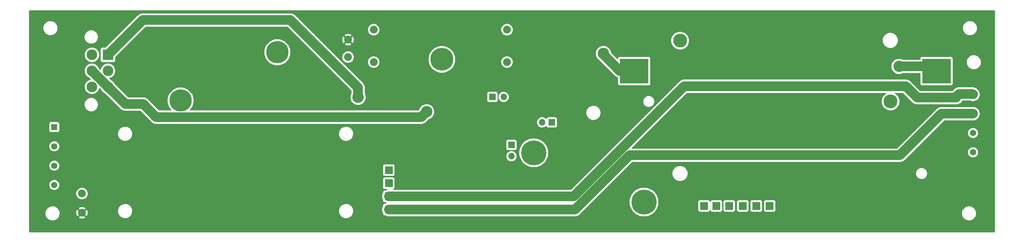
<source format=gbl>
G04 #@! TF.GenerationSoftware,KiCad,Pcbnew,7.0.9*
G04 #@! TF.CreationDate,2024-04-15T23:38:29-07:00*
G04 #@! TF.ProjectId,AVcarrierBoard,41566361-7272-4696-9572-426f6172642e,rev?*
G04 #@! TF.SameCoordinates,Original*
G04 #@! TF.FileFunction,Copper,L4,Bot*
G04 #@! TF.FilePolarity,Positive*
%FSLAX46Y46*%
G04 Gerber Fmt 4.6, Leading zero omitted, Abs format (unit mm)*
G04 Created by KiCad (PCBNEW 7.0.9) date 2024-04-15 23:38:29*
%MOMM*%
%LPD*%
G01*
G04 APERTURE LIST*
G04 #@! TA.AperFunction,ComponentPad*
%ADD10R,1.700000X1.700000*%
G04 #@! TD*
G04 #@! TA.AperFunction,ComponentPad*
%ADD11O,1.700000X1.700000*%
G04 #@! TD*
G04 #@! TA.AperFunction,ComponentPad*
%ADD12R,1.650000X1.650000*%
G04 #@! TD*
G04 #@! TA.AperFunction,ComponentPad*
%ADD13C,1.650000*%
G04 #@! TD*
G04 #@! TA.AperFunction,ComponentPad*
%ADD14R,2.032000X2.032000*%
G04 #@! TD*
G04 #@! TA.AperFunction,ComponentPad*
%ADD15C,2.032000*%
G04 #@! TD*
G04 #@! TA.AperFunction,ComponentPad*
%ADD16R,2.800000X2.800000*%
G04 #@! TD*
G04 #@! TA.AperFunction,ComponentPad*
%ADD17C,2.800000*%
G04 #@! TD*
G04 #@! TA.AperFunction,WasherPad*
%ADD18C,6.560820*%
G04 #@! TD*
G04 #@! TA.AperFunction,ComponentPad*
%ADD19C,3.654400*%
G04 #@! TD*
G04 #@! TA.AperFunction,SMDPad,CuDef*
%ADD20R,7.467600X6.477000*%
G04 #@! TD*
G04 #@! TA.AperFunction,WasherPad*
%ADD21C,5.842000*%
G04 #@! TD*
G04 #@! TA.AperFunction,WasherPad*
%ADD22C,6.000000*%
G04 #@! TD*
G04 #@! TA.AperFunction,ViaPad*
%ADD23C,3.000000*%
G04 #@! TD*
G04 #@! TA.AperFunction,Conductor*
%ADD24C,2.500000*%
G04 #@! TD*
G04 APERTURE END LIST*
D10*
X144470200Y-88798400D03*
D11*
X147440200Y-88798400D03*
D12*
X29464000Y-96723200D03*
D13*
X29464000Y-101803200D03*
X29464000Y-106883200D03*
X29464000Y-111963200D03*
D14*
X117275000Y-108060000D03*
X117275000Y-111520000D03*
X117275000Y-114980000D03*
X117275000Y-118440000D03*
D15*
X36735000Y-114220000D03*
X36735000Y-119300000D03*
D16*
X43557799Y-77730434D03*
D17*
X43557799Y-81930433D03*
X43557799Y-86130432D03*
X39357800Y-77730434D03*
X39357800Y-81930433D03*
X39357800Y-86130432D03*
D12*
X270650000Y-88137500D03*
D13*
X270650000Y-93217500D03*
X270650000Y-98297500D03*
X270650000Y-103377500D03*
D10*
X160070800Y-95504000D03*
D11*
X157530800Y-95504000D03*
D18*
X155321000Y-103505000D03*
X184264300Y-116459000D03*
D14*
X217265000Y-117475000D03*
X213725000Y-117475000D03*
X210185000Y-117475000D03*
X206645000Y-117475000D03*
X203265000Y-117475000D03*
X200025000Y-117475000D03*
D19*
X249000000Y-90000000D03*
X193755000Y-73998000D03*
D20*
X261065000Y-81999000D03*
X181690000Y-81999000D03*
D21*
X62616800Y-89756000D03*
X88016800Y-77056000D03*
D15*
X106599387Y-78326000D03*
X106599387Y-73765535D03*
D22*
X131210000Y-78920000D03*
D15*
X148310000Y-71120000D03*
X148310000Y-79620000D03*
X113310000Y-71120000D03*
X113310000Y-79620000D03*
D10*
X149453600Y-101442600D03*
D11*
X149453600Y-104412600D03*
D23*
X251228000Y-80772000D03*
X171602400Y-104140000D03*
X109220000Y-88900000D03*
X173618000Y-77402600D03*
X127203200Y-92710000D03*
D24*
X251228000Y-80772000D02*
X259838000Y-80772000D01*
X259838000Y-80772000D02*
X261065000Y-81999000D01*
X52708233Y-68580000D02*
X43557799Y-77730434D01*
X109220000Y-88900000D02*
X109220000Y-86360000D01*
X91440000Y-68580000D02*
X52708233Y-68580000D01*
X109220000Y-86360000D02*
X91440000Y-68580000D01*
X270512500Y-88000000D02*
X267000000Y-88000000D01*
X194797151Y-86000000D02*
X165817151Y-114980000D01*
X267000000Y-88000000D02*
X266248800Y-88751200D01*
X270650000Y-88137500D02*
X270512500Y-88000000D01*
X266248800Y-88751200D02*
X266248800Y-89000000D01*
X165817151Y-114980000D02*
X117275000Y-114980000D01*
X266248800Y-89000000D02*
X256000000Y-89000000D01*
X256000000Y-89000000D02*
X253000000Y-86000000D01*
X253000000Y-86000000D02*
X194797151Y-86000000D01*
X166175527Y-118440000D02*
X117275000Y-118440000D01*
X180475527Y-104140000D02*
X166175527Y-118440000D01*
X262382500Y-93217500D02*
X251460000Y-104140000D01*
X270650000Y-93217500D02*
X262382500Y-93217500D01*
X251460000Y-104140000D02*
X180475527Y-104140000D01*
X182000000Y-82000000D02*
X177961400Y-82000000D01*
X177961400Y-82000000D02*
X173618000Y-77656600D01*
X43557799Y-86130432D02*
X39357800Y-81930433D01*
X127203200Y-92710000D02*
X125786200Y-94127000D01*
X56230200Y-94127000D02*
X52781200Y-90678000D01*
X48105367Y-90678000D02*
X43557799Y-86130432D01*
X125786200Y-94127000D02*
X56230200Y-94127000D01*
X52781200Y-90678000D02*
X48105367Y-90678000D01*
G04 #@! TA.AperFunction,Conductor*
G36*
X276307539Y-66059685D02*
G01*
X276353294Y-66112489D01*
X276364500Y-66164000D01*
X276364500Y-124336000D01*
X276344815Y-124403039D01*
X276292011Y-124448794D01*
X276240500Y-124460000D01*
X22984000Y-124460000D01*
X22916961Y-124440315D01*
X22871206Y-124387511D01*
X22860000Y-124336000D01*
X22860000Y-119498563D01*
X27152587Y-119498563D01*
X27182213Y-119767813D01*
X27182215Y-119767824D01*
X27250726Y-120029882D01*
X27250728Y-120029888D01*
X27356670Y-120279190D01*
X27428798Y-120397375D01*
X27497779Y-120510405D01*
X27497786Y-120510415D01*
X27671053Y-120718619D01*
X27671059Y-120718624D01*
X27764075Y-120801966D01*
X27872798Y-120899382D01*
X28098710Y-121048844D01*
X28343976Y-121163820D01*
X28343983Y-121163822D01*
X28343985Y-121163823D01*
X28603357Y-121241857D01*
X28603364Y-121241858D01*
X28603369Y-121241860D01*
X28871361Y-121281300D01*
X28871366Y-121281300D01*
X29074436Y-121281300D01*
X29125933Y-121277530D01*
X29276956Y-121266477D01*
X29389558Y-121241393D01*
X29541346Y-121207582D01*
X29541348Y-121207581D01*
X29541353Y-121207580D01*
X29794358Y-121110814D01*
X30030577Y-120978241D01*
X30244977Y-120812688D01*
X30432986Y-120617681D01*
X30590599Y-120397379D01*
X30700708Y-120183216D01*
X30714449Y-120156490D01*
X30714451Y-120156484D01*
X30714456Y-120156475D01*
X30801918Y-119900105D01*
X30851119Y-119633733D01*
X30861012Y-119363035D01*
X30854076Y-119300000D01*
X35214312Y-119300000D01*
X35233033Y-119537883D01*
X35288742Y-119769925D01*
X35380056Y-119990378D01*
X35498229Y-120183216D01*
X36251922Y-119429523D01*
X36275507Y-119509844D01*
X36353239Y-119630798D01*
X36461900Y-119724952D01*
X36592685Y-119784680D01*
X36602466Y-119786086D01*
X35851782Y-120536769D01*
X35851782Y-120536770D01*
X36044621Y-120654943D01*
X36265075Y-120746257D01*
X36265072Y-120746257D01*
X36497116Y-120801966D01*
X36735000Y-120820687D01*
X36972883Y-120801966D01*
X37204925Y-120746257D01*
X37425374Y-120654944D01*
X37618216Y-120536769D01*
X36867534Y-119786086D01*
X36877315Y-119784680D01*
X37008100Y-119724952D01*
X37116761Y-119630798D01*
X37194493Y-119509844D01*
X37218076Y-119429523D01*
X37971769Y-120183216D01*
X38089944Y-119990374D01*
X38181257Y-119769925D01*
X38236966Y-119537883D01*
X38255687Y-119300000D01*
X38236966Y-119062116D01*
X38196007Y-118891513D01*
X46203287Y-118891513D01*
X46232913Y-119160763D01*
X46232915Y-119160774D01*
X46285793Y-119363035D01*
X46301428Y-119422838D01*
X46407370Y-119672140D01*
X46546501Y-119900114D01*
X46548479Y-119903355D01*
X46548486Y-119903365D01*
X46721753Y-120111569D01*
X46721759Y-120111574D01*
X46821691Y-120201113D01*
X46923498Y-120292332D01*
X47149410Y-120441794D01*
X47394676Y-120556770D01*
X47394683Y-120556772D01*
X47394685Y-120556773D01*
X47654057Y-120634807D01*
X47654064Y-120634808D01*
X47654069Y-120634810D01*
X47922061Y-120674250D01*
X47922066Y-120674250D01*
X48125136Y-120674250D01*
X48176633Y-120670480D01*
X48327656Y-120659427D01*
X48440258Y-120634343D01*
X48592046Y-120600532D01*
X48592048Y-120600531D01*
X48592053Y-120600530D01*
X48845058Y-120503764D01*
X49081277Y-120371191D01*
X49295677Y-120205638D01*
X49483686Y-120010631D01*
X49641299Y-119790329D01*
X49723319Y-119630798D01*
X49765149Y-119549440D01*
X49765151Y-119549434D01*
X49765156Y-119549425D01*
X49852618Y-119293055D01*
X49901819Y-119026683D01*
X49906759Y-118891513D01*
X104203287Y-118891513D01*
X104232913Y-119160763D01*
X104232915Y-119160774D01*
X104285793Y-119363035D01*
X104301428Y-119422838D01*
X104407370Y-119672140D01*
X104546501Y-119900114D01*
X104548479Y-119903355D01*
X104548486Y-119903365D01*
X104721753Y-120111569D01*
X104721759Y-120111574D01*
X104821691Y-120201113D01*
X104923498Y-120292332D01*
X105149410Y-120441794D01*
X105394676Y-120556770D01*
X105394683Y-120556772D01*
X105394685Y-120556773D01*
X105654057Y-120634807D01*
X105654064Y-120634808D01*
X105654069Y-120634810D01*
X105922061Y-120674250D01*
X105922066Y-120674250D01*
X106125136Y-120674250D01*
X106176633Y-120670480D01*
X106327656Y-120659427D01*
X106440258Y-120634343D01*
X106592046Y-120600532D01*
X106592048Y-120600531D01*
X106592053Y-120600530D01*
X106845058Y-120503764D01*
X107081277Y-120371191D01*
X107295677Y-120205638D01*
X107483686Y-120010631D01*
X107641299Y-119790329D01*
X107723319Y-119630798D01*
X107765149Y-119549440D01*
X107765151Y-119549434D01*
X107765156Y-119549425D01*
X107852618Y-119293055D01*
X107901819Y-119026683D01*
X107911712Y-118755985D01*
X107891379Y-118571187D01*
X115524500Y-118571187D01*
X115544687Y-118705109D01*
X115563604Y-118830615D01*
X115563605Y-118830617D01*
X115563606Y-118830623D01*
X115595740Y-118934797D01*
X115640937Y-119081323D01*
X115746220Y-119299946D01*
X115758500Y-119353745D01*
X115758500Y-119503869D01*
X115758501Y-119503876D01*
X115764908Y-119563483D01*
X115815202Y-119698328D01*
X115815206Y-119698335D01*
X115901452Y-119813544D01*
X115901455Y-119813547D01*
X116016664Y-119899793D01*
X116016671Y-119899797D01*
X116061618Y-119916561D01*
X116151517Y-119950091D01*
X116211127Y-119956500D01*
X116367428Y-119956499D01*
X116429429Y-119973112D01*
X116513357Y-120021568D01*
X116757584Y-120117420D01*
X117013370Y-120175802D01*
X117013376Y-120175802D01*
X117013379Y-120175803D01*
X117209500Y-120190500D01*
X117209506Y-120190500D01*
X166142796Y-120190500D01*
X166241162Y-120194181D01*
X166241162Y-120194180D01*
X166241163Y-120194181D01*
X166338987Y-120183158D01*
X166437157Y-120175802D01*
X166453194Y-120172141D01*
X166465814Y-120169261D01*
X166472674Y-120168095D01*
X166475569Y-120167768D01*
X166501877Y-120164805D01*
X166565263Y-120147820D01*
X166596958Y-120139328D01*
X166692935Y-120117422D01*
X166692936Y-120117421D01*
X166692943Y-120117420D01*
X166720317Y-120106675D01*
X166726899Y-120104509D01*
X166755302Y-120096900D01*
X166845526Y-120057535D01*
X166937170Y-120021568D01*
X166962646Y-120006857D01*
X166968814Y-120003744D01*
X166995774Y-119991983D01*
X167079129Y-119939607D01*
X167164384Y-119890386D01*
X167187372Y-119872052D01*
X167193019Y-119868045D01*
X167217924Y-119852398D01*
X167292547Y-119788178D01*
X167318078Y-119767818D01*
X167369496Y-119726815D01*
X167369498Y-119726812D01*
X167369508Y-119726805D01*
X167436456Y-119654651D01*
X170632107Y-116459000D01*
X180478531Y-116459000D01*
X180497954Y-116842000D01*
X180544179Y-117143736D01*
X180556026Y-117221070D01*
X180580739Y-117316517D01*
X180652151Y-117592328D01*
X180785334Y-117951931D01*
X180785340Y-117951944D01*
X180954225Y-118296240D01*
X180954230Y-118296249D01*
X181157079Y-118621689D01*
X181365939Y-118891515D01*
X181391817Y-118924946D01*
X181615988Y-119160774D01*
X181656030Y-119202898D01*
X181947005Y-119452692D01*
X181947008Y-119452694D01*
X182261764Y-119671771D01*
X182587191Y-119852398D01*
X182597073Y-119857883D01*
X182672815Y-119890386D01*
X182949483Y-120009113D01*
X182949486Y-120009114D01*
X182949491Y-120009116D01*
X183315376Y-120123913D01*
X183315379Y-120123913D01*
X183315387Y-120123916D01*
X183691029Y-120201113D01*
X183996249Y-120232150D01*
X184072553Y-120239910D01*
X184072554Y-120239910D01*
X184456047Y-120239910D01*
X184519633Y-120233443D01*
X184837571Y-120201113D01*
X185213213Y-120123916D01*
X185233911Y-120117422D01*
X185579108Y-120009116D01*
X185579109Y-120009115D01*
X185579117Y-120009113D01*
X185931531Y-119857881D01*
X186266836Y-119671771D01*
X186515690Y-119498563D01*
X267741387Y-119498563D01*
X267771013Y-119767813D01*
X267771015Y-119767824D01*
X267839526Y-120029882D01*
X267839528Y-120029888D01*
X267945470Y-120279190D01*
X268017598Y-120397375D01*
X268086579Y-120510405D01*
X268086586Y-120510415D01*
X268259853Y-120718619D01*
X268259859Y-120718624D01*
X268352875Y-120801966D01*
X268461598Y-120899382D01*
X268687510Y-121048844D01*
X268932776Y-121163820D01*
X268932783Y-121163822D01*
X268932785Y-121163823D01*
X269192157Y-121241857D01*
X269192164Y-121241858D01*
X269192169Y-121241860D01*
X269460161Y-121281300D01*
X269460166Y-121281300D01*
X269663236Y-121281300D01*
X269714733Y-121277530D01*
X269865756Y-121266477D01*
X269978358Y-121241393D01*
X270130146Y-121207582D01*
X270130148Y-121207581D01*
X270130153Y-121207580D01*
X270383158Y-121110814D01*
X270619377Y-120978241D01*
X270833777Y-120812688D01*
X271021786Y-120617681D01*
X271179399Y-120397379D01*
X271289508Y-120183216D01*
X271303249Y-120156490D01*
X271303251Y-120156484D01*
X271303256Y-120156475D01*
X271390718Y-119900105D01*
X271439919Y-119633733D01*
X271449812Y-119363035D01*
X271420186Y-119093782D01*
X271351672Y-118831712D01*
X271245730Y-118582410D01*
X271104618Y-118351190D01*
X271058896Y-118296249D01*
X270931346Y-118142980D01*
X270931340Y-118142975D01*
X270729602Y-117962218D01*
X270503692Y-117812757D01*
X270503690Y-117812756D01*
X270258424Y-117697780D01*
X270258419Y-117697778D01*
X270258414Y-117697776D01*
X269999042Y-117619742D01*
X269999028Y-117619739D01*
X269883391Y-117602721D01*
X269731039Y-117580300D01*
X269527969Y-117580300D01*
X269527964Y-117580300D01*
X269325444Y-117595123D01*
X269325431Y-117595125D01*
X269061053Y-117654017D01*
X269061046Y-117654020D01*
X268808039Y-117750787D01*
X268571826Y-117883357D01*
X268357422Y-118048912D01*
X268169422Y-118243909D01*
X268169416Y-118243916D01*
X268011802Y-118464219D01*
X268011799Y-118464224D01*
X267887950Y-118705109D01*
X267887943Y-118705127D01*
X267800484Y-118961485D01*
X267800481Y-118961499D01*
X267751281Y-119227868D01*
X267751280Y-119227875D01*
X267741387Y-119498563D01*
X186515690Y-119498563D01*
X186581592Y-119452694D01*
X186872570Y-119202898D01*
X187136783Y-118924946D01*
X187371521Y-118621689D01*
X187423142Y-118538870D01*
X198508500Y-118538870D01*
X198508501Y-118538876D01*
X198514908Y-118598483D01*
X198565202Y-118733328D01*
X198565206Y-118733335D01*
X198651452Y-118848544D01*
X198651455Y-118848547D01*
X198766664Y-118934793D01*
X198766671Y-118934797D01*
X198901517Y-118985091D01*
X198901516Y-118985091D01*
X198908444Y-118985835D01*
X198961127Y-118991500D01*
X201088872Y-118991499D01*
X201148483Y-118985091D01*
X201283331Y-118934796D01*
X201398546Y-118848546D01*
X201484796Y-118733331D01*
X201528818Y-118615302D01*
X201570689Y-118559368D01*
X201636153Y-118534951D01*
X201704426Y-118549802D01*
X201753832Y-118599207D01*
X201761182Y-118615302D01*
X201805202Y-118733328D01*
X201805206Y-118733335D01*
X201891452Y-118848544D01*
X201891455Y-118848547D01*
X202006664Y-118934793D01*
X202006671Y-118934797D01*
X202141517Y-118985091D01*
X202141516Y-118985091D01*
X202148444Y-118985835D01*
X202201127Y-118991500D01*
X204328872Y-118991499D01*
X204388483Y-118985091D01*
X204523331Y-118934796D01*
X204638546Y-118848546D01*
X204724796Y-118733331D01*
X204775091Y-118598483D01*
X204781500Y-118538873D01*
X204781500Y-118538870D01*
X205128500Y-118538870D01*
X205128501Y-118538876D01*
X205134908Y-118598483D01*
X205185202Y-118733328D01*
X205185206Y-118733335D01*
X205271452Y-118848544D01*
X205271455Y-118848547D01*
X205386664Y-118934793D01*
X205386671Y-118934797D01*
X205521517Y-118985091D01*
X205521516Y-118985091D01*
X205528444Y-118985835D01*
X205581127Y-118991500D01*
X207708872Y-118991499D01*
X207768483Y-118985091D01*
X207903331Y-118934796D01*
X208018546Y-118848546D01*
X208104796Y-118733331D01*
X208155091Y-118598483D01*
X208161500Y-118538873D01*
X208161500Y-118538870D01*
X208668500Y-118538870D01*
X208668501Y-118538876D01*
X208674908Y-118598483D01*
X208725202Y-118733328D01*
X208725206Y-118733335D01*
X208811452Y-118848544D01*
X208811455Y-118848547D01*
X208926664Y-118934793D01*
X208926671Y-118934797D01*
X209061517Y-118985091D01*
X209061516Y-118985091D01*
X209068444Y-118985835D01*
X209121127Y-118991500D01*
X211248872Y-118991499D01*
X211308483Y-118985091D01*
X211443331Y-118934796D01*
X211558546Y-118848546D01*
X211644796Y-118733331D01*
X211695091Y-118598483D01*
X211701500Y-118538873D01*
X211701500Y-118538870D01*
X212208500Y-118538870D01*
X212208501Y-118538876D01*
X212214908Y-118598483D01*
X212265202Y-118733328D01*
X212265206Y-118733335D01*
X212351452Y-118848544D01*
X212351455Y-118848547D01*
X212466664Y-118934793D01*
X212466671Y-118934797D01*
X212601517Y-118985091D01*
X212601516Y-118985091D01*
X212608444Y-118985835D01*
X212661127Y-118991500D01*
X214788872Y-118991499D01*
X214848483Y-118985091D01*
X214983331Y-118934796D01*
X215098546Y-118848546D01*
X215184796Y-118733331D01*
X215235091Y-118598483D01*
X215241500Y-118538873D01*
X215241500Y-118538870D01*
X215748500Y-118538870D01*
X215748501Y-118538876D01*
X215754908Y-118598483D01*
X215805202Y-118733328D01*
X215805206Y-118733335D01*
X215891452Y-118848544D01*
X215891455Y-118848547D01*
X216006664Y-118934793D01*
X216006671Y-118934797D01*
X216141517Y-118985091D01*
X216141516Y-118985091D01*
X216148444Y-118985835D01*
X216201127Y-118991500D01*
X218328872Y-118991499D01*
X218388483Y-118985091D01*
X218523331Y-118934796D01*
X218638546Y-118848546D01*
X218724796Y-118733331D01*
X218775091Y-118598483D01*
X218781500Y-118538873D01*
X218781499Y-116411128D01*
X218775091Y-116351517D01*
X218774820Y-116350791D01*
X218724797Y-116216671D01*
X218724793Y-116216664D01*
X218638547Y-116101455D01*
X218638544Y-116101452D01*
X218523335Y-116015206D01*
X218523328Y-116015202D01*
X218388482Y-115964908D01*
X218388483Y-115964908D01*
X218328883Y-115958501D01*
X218328881Y-115958500D01*
X218328873Y-115958500D01*
X218328864Y-115958500D01*
X216201129Y-115958500D01*
X216201123Y-115958501D01*
X216141516Y-115964908D01*
X216006671Y-116015202D01*
X216006664Y-116015206D01*
X215891455Y-116101452D01*
X215891452Y-116101455D01*
X215805206Y-116216664D01*
X215805202Y-116216671D01*
X215754908Y-116351517D01*
X215749675Y-116400196D01*
X215748501Y-116411123D01*
X215748500Y-116411135D01*
X215748500Y-118538870D01*
X215241500Y-118538870D01*
X215241499Y-116411128D01*
X215235091Y-116351517D01*
X215234820Y-116350791D01*
X215184797Y-116216671D01*
X215184793Y-116216664D01*
X215098547Y-116101455D01*
X215098544Y-116101452D01*
X214983335Y-116015206D01*
X214983328Y-116015202D01*
X214848482Y-115964908D01*
X214848483Y-115964908D01*
X214788883Y-115958501D01*
X214788881Y-115958500D01*
X214788873Y-115958500D01*
X214788864Y-115958500D01*
X212661129Y-115958500D01*
X212661123Y-115958501D01*
X212601516Y-115964908D01*
X212466671Y-116015202D01*
X212466664Y-116015206D01*
X212351455Y-116101452D01*
X212351452Y-116101455D01*
X212265206Y-116216664D01*
X212265202Y-116216671D01*
X212214908Y-116351517D01*
X212209675Y-116400196D01*
X212208501Y-116411123D01*
X212208500Y-116411135D01*
X212208500Y-118538870D01*
X211701500Y-118538870D01*
X211701499Y-116411128D01*
X211695091Y-116351517D01*
X211694820Y-116350791D01*
X211644797Y-116216671D01*
X211644793Y-116216664D01*
X211558547Y-116101455D01*
X211558544Y-116101452D01*
X211443335Y-116015206D01*
X211443328Y-116015202D01*
X211308482Y-115964908D01*
X211308483Y-115964908D01*
X211248883Y-115958501D01*
X211248881Y-115958500D01*
X211248873Y-115958500D01*
X211248864Y-115958500D01*
X209121129Y-115958500D01*
X209121123Y-115958501D01*
X209061516Y-115964908D01*
X208926671Y-116015202D01*
X208926664Y-116015206D01*
X208811455Y-116101452D01*
X208811452Y-116101455D01*
X208725206Y-116216664D01*
X208725202Y-116216671D01*
X208674908Y-116351517D01*
X208669675Y-116400196D01*
X208668501Y-116411123D01*
X208668500Y-116411135D01*
X208668500Y-118538870D01*
X208161500Y-118538870D01*
X208161499Y-116411128D01*
X208155091Y-116351517D01*
X208154820Y-116350791D01*
X208104797Y-116216671D01*
X208104793Y-116216664D01*
X208018547Y-116101455D01*
X208018544Y-116101452D01*
X207903335Y-116015206D01*
X207903328Y-116015202D01*
X207768482Y-115964908D01*
X207768483Y-115964908D01*
X207708883Y-115958501D01*
X207708881Y-115958500D01*
X207708873Y-115958500D01*
X207708864Y-115958500D01*
X205581129Y-115958500D01*
X205581123Y-115958501D01*
X205521516Y-115964908D01*
X205386671Y-116015202D01*
X205386664Y-116015206D01*
X205271455Y-116101452D01*
X205271452Y-116101455D01*
X205185206Y-116216664D01*
X205185202Y-116216671D01*
X205134908Y-116351517D01*
X205129675Y-116400196D01*
X205128501Y-116411123D01*
X205128500Y-116411135D01*
X205128500Y-118538870D01*
X204781500Y-118538870D01*
X204781499Y-116411128D01*
X204775091Y-116351517D01*
X204774820Y-116350791D01*
X204724797Y-116216671D01*
X204724793Y-116216664D01*
X204638547Y-116101455D01*
X204638544Y-116101452D01*
X204523335Y-116015206D01*
X204523328Y-116015202D01*
X204388482Y-115964908D01*
X204388483Y-115964908D01*
X204328883Y-115958501D01*
X204328881Y-115958500D01*
X204328873Y-115958500D01*
X204328864Y-115958500D01*
X202201129Y-115958500D01*
X202201123Y-115958501D01*
X202141516Y-115964908D01*
X202006671Y-116015202D01*
X202006664Y-116015206D01*
X201891455Y-116101452D01*
X201891452Y-116101455D01*
X201805206Y-116216664D01*
X201805202Y-116216671D01*
X201761182Y-116334697D01*
X201719311Y-116390631D01*
X201653847Y-116415048D01*
X201585574Y-116400196D01*
X201536168Y-116350791D01*
X201528818Y-116334697D01*
X201484797Y-116216671D01*
X201484793Y-116216664D01*
X201398547Y-116101455D01*
X201398544Y-116101452D01*
X201283335Y-116015206D01*
X201283328Y-116015202D01*
X201148482Y-115964908D01*
X201148483Y-115964908D01*
X201088883Y-115958501D01*
X201088881Y-115958500D01*
X201088873Y-115958500D01*
X201088864Y-115958500D01*
X198961129Y-115958500D01*
X198961123Y-115958501D01*
X198901516Y-115964908D01*
X198766671Y-116015202D01*
X198766664Y-116015206D01*
X198651455Y-116101452D01*
X198651452Y-116101455D01*
X198565206Y-116216664D01*
X198565202Y-116216671D01*
X198514908Y-116351517D01*
X198509675Y-116400196D01*
X198508501Y-116411123D01*
X198508500Y-116411135D01*
X198508500Y-118538870D01*
X187423142Y-118538870D01*
X187574374Y-118296241D01*
X187743262Y-117951940D01*
X187876451Y-117592320D01*
X187972574Y-117221070D01*
X188030645Y-116842000D01*
X188050069Y-116459000D01*
X188030645Y-116076000D01*
X187972574Y-115696930D01*
X187876451Y-115325680D01*
X187865326Y-115295643D01*
X187743265Y-114966068D01*
X187743264Y-114966067D01*
X187743262Y-114966060D01*
X187574374Y-114621759D01*
X187574369Y-114621750D01*
X187371520Y-114296310D01*
X187136787Y-113993059D01*
X187136786Y-113993058D01*
X187136783Y-113993054D01*
X186872570Y-113715102D01*
X186872569Y-113715101D01*
X186581594Y-113465307D01*
X186347800Y-113302582D01*
X186266836Y-113246229D01*
X185931531Y-113060119D01*
X185931532Y-113060119D01*
X185931526Y-113060116D01*
X185579108Y-112908883D01*
X185213223Y-112794086D01*
X185213217Y-112794085D01*
X185213214Y-112794084D01*
X185213213Y-112794084D01*
X184837571Y-112716887D01*
X184837570Y-112716886D01*
X184837566Y-112716886D01*
X184456047Y-112678090D01*
X184456046Y-112678090D01*
X184072554Y-112678090D01*
X184072553Y-112678090D01*
X183691033Y-112716886D01*
X183315382Y-112794085D01*
X183315376Y-112794086D01*
X182949491Y-112908883D01*
X182597073Y-113060116D01*
X182261762Y-113246230D01*
X181947005Y-113465307D01*
X181656030Y-113715101D01*
X181391812Y-113993059D01*
X181157079Y-114296310D01*
X180954230Y-114621750D01*
X180954225Y-114621759D01*
X180785340Y-114966055D01*
X180785334Y-114966068D01*
X180652151Y-115325671D01*
X180556025Y-115696934D01*
X180497954Y-116075999D01*
X180478531Y-116459000D01*
X170632107Y-116459000D01*
X178146107Y-108945001D01*
X191739454Y-108945001D01*
X191759613Y-109226866D01*
X191819678Y-109502977D01*
X191819680Y-109502984D01*
X191847100Y-109576499D01*
X191918432Y-109767750D01*
X191918434Y-109767754D01*
X192053855Y-110015758D01*
X192053860Y-110015766D01*
X192223196Y-110241974D01*
X192223212Y-110241992D01*
X192423007Y-110441787D01*
X192423025Y-110441803D01*
X192649233Y-110611139D01*
X192649241Y-110611144D01*
X192897245Y-110746565D01*
X192897249Y-110746567D01*
X192897251Y-110746568D01*
X193162016Y-110845320D01*
X193300077Y-110875353D01*
X193438133Y-110905386D01*
X193438135Y-110905386D01*
X193438139Y-110905387D01*
X193649447Y-110920500D01*
X193790553Y-110920500D01*
X194001861Y-110905387D01*
X194277984Y-110845320D01*
X194542749Y-110746568D01*
X194790764Y-110611141D01*
X195016982Y-110441797D01*
X195216797Y-110241982D01*
X195386141Y-110015764D01*
X195521568Y-109767749D01*
X195620320Y-109502984D01*
X195680387Y-109226861D01*
X195691979Y-109064778D01*
X255694500Y-109064778D01*
X255704362Y-109123876D01*
X255733930Y-109301067D01*
X255811711Y-109527637D01*
X255811713Y-109527642D01*
X255925730Y-109738325D01*
X255925734Y-109738331D01*
X256049918Y-109897882D01*
X256072866Y-109927366D01*
X256249113Y-110089612D01*
X256449660Y-110220636D01*
X256669038Y-110316864D01*
X256901263Y-110375672D01*
X257080213Y-110390500D01*
X257080215Y-110390500D01*
X257199785Y-110390500D01*
X257199787Y-110390500D01*
X257378737Y-110375672D01*
X257610962Y-110316864D01*
X257830340Y-110220636D01*
X258030887Y-110089612D01*
X258207134Y-109927366D01*
X258354271Y-109738323D01*
X258468287Y-109527641D01*
X258546070Y-109301065D01*
X258585500Y-109064778D01*
X258585500Y-108825222D01*
X258546070Y-108588935D01*
X258468287Y-108362359D01*
X258354271Y-108151677D01*
X258354269Y-108151674D01*
X258354265Y-108151668D01*
X258207139Y-107962641D01*
X258207134Y-107962634D01*
X258030887Y-107800388D01*
X258030884Y-107800386D01*
X258030883Y-107800385D01*
X257936113Y-107738469D01*
X257830340Y-107669364D01*
X257830337Y-107669362D01*
X257830336Y-107669362D01*
X257610963Y-107573136D01*
X257378737Y-107514328D01*
X257378740Y-107514328D01*
X257271367Y-107505431D01*
X257199787Y-107499500D01*
X257080213Y-107499500D01*
X257008633Y-107505431D01*
X256901260Y-107514328D01*
X256669036Y-107573136D01*
X256449663Y-107669362D01*
X256249116Y-107800385D01*
X256072869Y-107962631D01*
X256072860Y-107962641D01*
X255925734Y-108151668D01*
X255925730Y-108151674D01*
X255811713Y-108362357D01*
X255811711Y-108362362D01*
X255733930Y-108588932D01*
X255721548Y-108663133D01*
X255694500Y-108825222D01*
X255694500Y-109064778D01*
X195691979Y-109064778D01*
X195700546Y-108945000D01*
X195680387Y-108663139D01*
X195620320Y-108387016D01*
X195521568Y-108122251D01*
X195401557Y-107902469D01*
X195386144Y-107874241D01*
X195386139Y-107874233D01*
X195216803Y-107648025D01*
X195216787Y-107648007D01*
X195016992Y-107448212D01*
X195016974Y-107448196D01*
X194790766Y-107278860D01*
X194790758Y-107278855D01*
X194542754Y-107143434D01*
X194542750Y-107143432D01*
X194442372Y-107105993D01*
X194277984Y-107044680D01*
X194277980Y-107044679D01*
X194277977Y-107044678D01*
X194001866Y-106984613D01*
X193790553Y-106969500D01*
X193649447Y-106969500D01*
X193438133Y-106984613D01*
X193162022Y-107044678D01*
X193162017Y-107044679D01*
X193162016Y-107044680D01*
X193134044Y-107055113D01*
X192897249Y-107143432D01*
X192897245Y-107143434D01*
X192649241Y-107278855D01*
X192649233Y-107278860D01*
X192423025Y-107448196D01*
X192423007Y-107448212D01*
X192223212Y-107648007D01*
X192223196Y-107648025D01*
X192053860Y-107874233D01*
X192053855Y-107874241D01*
X191918434Y-108122245D01*
X191918432Y-108122249D01*
X191843555Y-108323003D01*
X191828876Y-108362362D01*
X191819678Y-108387022D01*
X191759613Y-108663133D01*
X191739454Y-108944998D01*
X191739454Y-108945001D01*
X178146107Y-108945001D01*
X181164289Y-105926819D01*
X181225612Y-105893334D01*
X181251970Y-105890500D01*
X251427269Y-105890500D01*
X251525635Y-105894181D01*
X251525635Y-105894180D01*
X251525636Y-105894181D01*
X251623460Y-105883158D01*
X251721630Y-105875802D01*
X251737667Y-105872141D01*
X251750287Y-105869261D01*
X251757147Y-105868095D01*
X251760042Y-105867768D01*
X251786350Y-105864805D01*
X251849736Y-105847820D01*
X251881431Y-105839328D01*
X251977408Y-105817422D01*
X251977409Y-105817421D01*
X251977416Y-105817420D01*
X252004790Y-105806675D01*
X252011372Y-105804509D01*
X252039775Y-105796900D01*
X252129999Y-105757535D01*
X252221643Y-105721568D01*
X252247119Y-105706857D01*
X252253287Y-105703744D01*
X252280247Y-105691983D01*
X252363602Y-105639607D01*
X252448857Y-105590386D01*
X252471845Y-105572052D01*
X252477492Y-105568045D01*
X252502397Y-105552398D01*
X252577020Y-105488178D01*
X252623524Y-105451093D01*
X252653969Y-105426815D01*
X252653971Y-105426812D01*
X252653981Y-105426805D01*
X252720929Y-105354651D01*
X254698079Y-103377501D01*
X269319437Y-103377501D01*
X269339650Y-103608544D01*
X269339651Y-103608551D01*
X269399678Y-103832574D01*
X269399679Y-103832576D01*
X269399680Y-103832579D01*
X269497699Y-104042782D01*
X269630730Y-104232769D01*
X269794731Y-104396770D01*
X269984718Y-104529801D01*
X270194921Y-104627820D01*
X270418950Y-104687849D01*
X270583985Y-104702287D01*
X270649998Y-104708063D01*
X270650000Y-104708063D01*
X270650002Y-104708063D01*
X270707762Y-104703009D01*
X270881050Y-104687849D01*
X271105079Y-104627820D01*
X271315282Y-104529801D01*
X271505269Y-104396770D01*
X271669270Y-104232769D01*
X271802301Y-104042782D01*
X271900320Y-103832579D01*
X271960349Y-103608550D01*
X271980563Y-103377500D01*
X271960349Y-103146450D01*
X271900320Y-102922421D01*
X271802301Y-102712219D01*
X271802299Y-102712216D01*
X271802298Y-102712214D01*
X271669273Y-102522235D01*
X271669268Y-102522229D01*
X271505269Y-102358230D01*
X271479914Y-102340476D01*
X271315282Y-102225199D01*
X271105079Y-102127180D01*
X271105076Y-102127179D01*
X271105074Y-102127178D01*
X270881051Y-102067151D01*
X270881044Y-102067150D01*
X270650002Y-102046937D01*
X270649998Y-102046937D01*
X270418955Y-102067150D01*
X270418948Y-102067151D01*
X270194917Y-102127181D01*
X269984718Y-102225199D01*
X269984714Y-102225201D01*
X269794735Y-102358226D01*
X269794729Y-102358231D01*
X269630731Y-102522229D01*
X269630726Y-102522235D01*
X269497701Y-102712214D01*
X269497699Y-102712218D01*
X269399681Y-102922417D01*
X269339651Y-103146448D01*
X269339650Y-103146455D01*
X269319437Y-103377498D01*
X269319437Y-103377501D01*
X254698079Y-103377501D01*
X259778080Y-98297501D01*
X269319437Y-98297501D01*
X269339650Y-98528544D01*
X269339651Y-98528551D01*
X269399678Y-98752574D01*
X269399679Y-98752576D01*
X269399680Y-98752579D01*
X269497699Y-98962782D01*
X269630730Y-99152769D01*
X269794731Y-99316770D01*
X269984718Y-99449801D01*
X270194921Y-99547820D01*
X270418950Y-99607849D01*
X270583985Y-99622287D01*
X270649998Y-99628063D01*
X270650000Y-99628063D01*
X270650002Y-99628063D01*
X270707762Y-99623009D01*
X270881050Y-99607849D01*
X271105079Y-99547820D01*
X271315282Y-99449801D01*
X271505269Y-99316770D01*
X271669270Y-99152769D01*
X271802301Y-98962782D01*
X271900320Y-98752579D01*
X271960349Y-98528550D01*
X271980563Y-98297500D01*
X271960349Y-98066450D01*
X271900320Y-97842421D01*
X271802301Y-97632219D01*
X271802299Y-97632216D01*
X271802298Y-97632214D01*
X271669273Y-97442235D01*
X271669268Y-97442229D01*
X271505269Y-97278230D01*
X271505263Y-97278226D01*
X271315282Y-97145199D01*
X271105079Y-97047180D01*
X271105076Y-97047179D01*
X271105074Y-97047178D01*
X270881051Y-96987151D01*
X270881044Y-96987150D01*
X270650002Y-96966937D01*
X270649998Y-96966937D01*
X270418955Y-96987150D01*
X270418948Y-96987151D01*
X270194917Y-97047181D01*
X269984718Y-97145199D01*
X269984714Y-97145201D01*
X269794735Y-97278226D01*
X269794729Y-97278231D01*
X269630731Y-97442229D01*
X269630726Y-97442235D01*
X269497701Y-97632214D01*
X269497699Y-97632218D01*
X269399681Y-97842417D01*
X269339651Y-98066448D01*
X269339650Y-98066455D01*
X269319437Y-98297498D01*
X269319437Y-98297501D01*
X259778080Y-98297501D01*
X263071262Y-95004319D01*
X263132585Y-94970834D01*
X263158943Y-94968000D01*
X270715500Y-94968000D01*
X270911620Y-94953303D01*
X270911622Y-94953302D01*
X270911630Y-94953302D01*
X271167416Y-94894920D01*
X271411643Y-94799068D01*
X271638857Y-94667886D01*
X271843981Y-94504305D01*
X272022433Y-94311979D01*
X272170228Y-94095204D01*
X272284063Y-93858823D01*
X272361396Y-93608115D01*
X272400500Y-93348682D01*
X272400500Y-93086318D01*
X272361396Y-92826885D01*
X272284063Y-92576177D01*
X272262155Y-92530685D01*
X272170232Y-92339803D01*
X272170231Y-92339802D01*
X272170230Y-92339801D01*
X272170228Y-92339796D01*
X272022433Y-92123021D01*
X272006667Y-92106029D01*
X271843985Y-91930698D01*
X271743609Y-91850651D01*
X271638857Y-91767114D01*
X271411643Y-91635932D01*
X271167416Y-91540080D01*
X271167411Y-91540078D01*
X271167402Y-91540076D01*
X270940279Y-91488237D01*
X270911630Y-91481698D01*
X270911629Y-91481697D01*
X270911625Y-91481697D01*
X270911620Y-91481696D01*
X270715500Y-91467000D01*
X270715494Y-91467000D01*
X262415231Y-91467000D01*
X262316863Y-91463318D01*
X262316862Y-91463318D01*
X262219029Y-91474342D01*
X262120880Y-91481696D01*
X262120870Y-91481698D01*
X262092213Y-91488237D01*
X262085358Y-91489402D01*
X262056150Y-91492693D01*
X262056149Y-91492693D01*
X261961046Y-91518176D01*
X261865084Y-91540080D01*
X261865079Y-91540082D01*
X261837724Y-91550817D01*
X261831119Y-91552990D01*
X261802733Y-91560596D01*
X261802720Y-91560601D01*
X261712487Y-91599969D01*
X261620853Y-91635933D01*
X261620845Y-91635937D01*
X261595399Y-91650628D01*
X261589193Y-91653761D01*
X261562257Y-91665514D01*
X261562254Y-91665516D01*
X261478893Y-91717894D01*
X261393644Y-91767113D01*
X261370666Y-91785437D01*
X261364994Y-91789461D01*
X261340102Y-91805102D01*
X261340096Y-91805107D01*
X261265479Y-91869321D01*
X261188519Y-91930694D01*
X261188516Y-91930697D01*
X261121570Y-92002848D01*
X250771238Y-102353181D01*
X250709915Y-102386666D01*
X250683557Y-102389500D01*
X181182594Y-102389500D01*
X181115555Y-102369815D01*
X181069800Y-102317011D01*
X181059856Y-102247853D01*
X181088881Y-102184297D01*
X181094913Y-102177819D01*
X195485913Y-87786819D01*
X195547236Y-87753334D01*
X195573594Y-87750500D01*
X247768093Y-87750500D01*
X247835132Y-87770185D01*
X247880887Y-87822989D01*
X247890831Y-87892147D01*
X247861806Y-87955703D01*
X247836984Y-87977602D01*
X247579944Y-88149350D01*
X247350535Y-88350535D01*
X247149350Y-88579944D01*
X246979828Y-88833651D01*
X246844879Y-89107300D01*
X246844870Y-89107321D01*
X246746793Y-89396246D01*
X246746789Y-89396261D01*
X246687265Y-89695511D01*
X246687261Y-89695538D01*
X246667306Y-89999992D01*
X246667306Y-90000007D01*
X246687261Y-90304461D01*
X246687262Y-90304471D01*
X246687263Y-90304478D01*
X246687265Y-90304488D01*
X246746789Y-90603738D01*
X246746793Y-90603753D01*
X246844870Y-90892678D01*
X246844879Y-90892699D01*
X246979828Y-91166348D01*
X247082486Y-91319986D01*
X247123893Y-91381957D01*
X247149350Y-91420055D01*
X247350535Y-91649464D01*
X247508060Y-91787609D01*
X247579946Y-91850651D01*
X247748316Y-91963151D01*
X247833651Y-92020171D01*
X248107300Y-92155120D01*
X248107305Y-92155122D01*
X248107317Y-92155128D01*
X248396254Y-92253209D01*
X248695522Y-92312737D01*
X248724763Y-92314653D01*
X248999993Y-92332694D01*
X249000000Y-92332694D01*
X249000007Y-92332694D01*
X249243756Y-92316716D01*
X249304478Y-92312737D01*
X249603746Y-92253209D01*
X249892683Y-92155128D01*
X250166347Y-92020172D01*
X250420054Y-91850651D01*
X250649464Y-91649464D01*
X250850651Y-91420054D01*
X251020172Y-91166347D01*
X251155128Y-90892683D01*
X251253209Y-90603746D01*
X251312737Y-90304478D01*
X251322596Y-90154059D01*
X251332694Y-90000007D01*
X251332694Y-89999992D01*
X251312738Y-89695538D01*
X251312737Y-89695522D01*
X251253209Y-89396254D01*
X251155128Y-89107317D01*
X251148855Y-89094597D01*
X251020171Y-88833651D01*
X250905414Y-88661905D01*
X250850651Y-88579946D01*
X250806570Y-88529681D01*
X250649464Y-88350535D01*
X250420055Y-88149350D01*
X250376984Y-88120571D01*
X250221068Y-88016391D01*
X250163016Y-87977602D01*
X250118211Y-87923990D01*
X250109504Y-87854665D01*
X250139658Y-87791638D01*
X250199101Y-87754918D01*
X250231907Y-87750500D01*
X252223557Y-87750500D01*
X252290596Y-87770185D01*
X252311238Y-87786819D01*
X254739070Y-90214651D01*
X254806017Y-90286804D01*
X254882979Y-90348178D01*
X254957600Y-90412396D01*
X254957607Y-90412401D01*
X254982493Y-90428037D01*
X254988170Y-90432065D01*
X255011143Y-90450386D01*
X255096393Y-90499605D01*
X255179754Y-90551984D01*
X255206697Y-90563739D01*
X255212898Y-90566869D01*
X255238357Y-90581568D01*
X255329987Y-90617530D01*
X255420226Y-90656901D01*
X255448620Y-90664508D01*
X255455218Y-90666679D01*
X255482584Y-90677420D01*
X255482590Y-90677421D01*
X255482592Y-90677422D01*
X255546622Y-90692036D01*
X255578562Y-90699326D01*
X255673650Y-90724805D01*
X255702856Y-90728095D01*
X255709701Y-90729258D01*
X255738370Y-90735802D01*
X255738375Y-90735802D01*
X255738378Y-90735803D01*
X255836539Y-90743158D01*
X255934364Y-90754181D01*
X256032731Y-90750500D01*
X266117618Y-90750500D01*
X266379982Y-90750500D01*
X266442676Y-90741049D01*
X266447219Y-90740538D01*
X266510430Y-90735802D01*
X266572223Y-90721697D01*
X266576745Y-90720841D01*
X266639415Y-90711396D01*
X266699958Y-90692720D01*
X266704440Y-90691519D01*
X266766216Y-90677420D01*
X266825203Y-90654268D01*
X266829571Y-90652739D01*
X266890123Y-90634063D01*
X266924453Y-90617530D01*
X266947213Y-90606570D01*
X266951457Y-90604717D01*
X266971440Y-90596874D01*
X267010437Y-90581571D01*
X267010440Y-90581568D01*
X267010443Y-90581568D01*
X267041700Y-90563521D01*
X267065314Y-90549888D01*
X267069415Y-90547720D01*
X267126504Y-90520228D01*
X267126507Y-90520225D01*
X267126512Y-90520223D01*
X267178854Y-90484536D01*
X267182783Y-90482067D01*
X267237653Y-90450389D01*
X267237657Y-90450386D01*
X267287216Y-90410862D01*
X267290905Y-90408139D01*
X267343279Y-90372433D01*
X267389735Y-90329326D01*
X267393218Y-90326328D01*
X267442781Y-90286805D01*
X267485899Y-90240333D01*
X267489133Y-90237099D01*
X267535605Y-90193981D01*
X267575128Y-90144418D01*
X267578126Y-90140935D01*
X267621233Y-90094479D01*
X267656939Y-90042105D01*
X267659662Y-90038416D01*
X267699186Y-89988857D01*
X267699186Y-89988856D01*
X267699189Y-89988853D01*
X267730867Y-89933983D01*
X267733336Y-89930054D01*
X267769023Y-89877712D01*
X267769027Y-89877705D01*
X267769028Y-89877704D01*
X267796527Y-89820598D01*
X267798689Y-89816511D01*
X267801025Y-89812466D01*
X267851607Y-89764267D01*
X267908393Y-89750500D01*
X269943732Y-89750500D01*
X269993318Y-89760846D01*
X270070225Y-89794400D01*
X270323649Y-89862305D01*
X270323655Y-89862306D01*
X270584362Y-89891680D01*
X270584362Y-89891679D01*
X270584363Y-89891680D01*
X270846543Y-89881870D01*
X271104333Y-89833094D01*
X271351973Y-89746441D01*
X271583933Y-89623846D01*
X271795030Y-89468050D01*
X271980550Y-89282530D01*
X272136346Y-89071433D01*
X272258941Y-88839473D01*
X272345594Y-88591833D01*
X272394370Y-88334043D01*
X272404180Y-88071863D01*
X272403613Y-88066832D01*
X272374806Y-87811155D01*
X272374805Y-87811149D01*
X272340295Y-87682356D01*
X272306900Y-87557725D01*
X272201983Y-87317253D01*
X272062397Y-87095103D01*
X272062396Y-87095102D01*
X272062395Y-87095100D01*
X271934109Y-86946029D01*
X271934109Y-86946030D01*
X271934101Y-86946021D01*
X271773433Y-86785352D01*
X271706481Y-86713195D01*
X271629520Y-86651821D01*
X271554897Y-86587602D01*
X271554894Y-86587600D01*
X271530006Y-86571961D01*
X271524332Y-86567936D01*
X271501356Y-86549613D01*
X271416102Y-86500392D01*
X271332751Y-86448019D01*
X271332741Y-86448014D01*
X271305804Y-86436261D01*
X271299594Y-86433126D01*
X271274145Y-86418432D01*
X271274141Y-86418431D01*
X271182499Y-86382464D01*
X271092276Y-86343100D01*
X271092268Y-86343098D01*
X271063882Y-86335491D01*
X271057277Y-86333317D01*
X271029920Y-86322581D01*
X270933930Y-86300671D01*
X270838849Y-86275194D01*
X270815174Y-86272527D01*
X270809640Y-86271903D01*
X270802785Y-86270738D01*
X270774129Y-86264197D01*
X270774124Y-86264196D01*
X270675960Y-86256841D01*
X270578135Y-86245818D01*
X270479769Y-86249500D01*
X267032714Y-86249500D01*
X266934362Y-86245819D01*
X266934361Y-86245819D01*
X266836554Y-86256840D01*
X266738380Y-86264196D01*
X266738370Y-86264198D01*
X266709704Y-86270739D01*
X266702849Y-86271904D01*
X266673650Y-86275194D01*
X266673649Y-86275194D01*
X266583719Y-86299291D01*
X266578569Y-86300671D01*
X266482584Y-86322580D01*
X266482580Y-86322581D01*
X266482578Y-86322582D01*
X266468407Y-86328143D01*
X266455215Y-86333320D01*
X266448612Y-86335493D01*
X266420228Y-86343098D01*
X266420223Y-86343100D01*
X266330000Y-86382464D01*
X266238360Y-86418430D01*
X266212895Y-86433131D01*
X266206689Y-86436264D01*
X266179754Y-86448016D01*
X266179742Y-86448022D01*
X266096398Y-86500391D01*
X266011137Y-86549617D01*
X265988164Y-86567937D01*
X265982493Y-86571961D01*
X265957604Y-86587600D01*
X265882979Y-86651821D01*
X265806019Y-86713194D01*
X265806016Y-86713197D01*
X265739070Y-86785348D01*
X265311238Y-87213181D01*
X265249915Y-87246666D01*
X265223557Y-87249500D01*
X256776443Y-87249500D01*
X256709404Y-87229815D01*
X256688762Y-87213181D01*
X255509229Y-86033648D01*
X254260929Y-84785348D01*
X254216448Y-84737409D01*
X254193988Y-84713202D01*
X254193987Y-84713200D01*
X254193979Y-84713194D01*
X254117020Y-84651821D01*
X254042397Y-84587602D01*
X254042394Y-84587600D01*
X254017506Y-84571961D01*
X254011832Y-84567936D01*
X253988856Y-84549613D01*
X253903602Y-84500392D01*
X253820251Y-84448019D01*
X253820241Y-84448014D01*
X253793304Y-84436261D01*
X253787094Y-84433126D01*
X253761645Y-84418432D01*
X253761641Y-84418431D01*
X253669999Y-84382464D01*
X253579776Y-84343100D01*
X253579768Y-84343098D01*
X253551382Y-84335491D01*
X253544777Y-84333317D01*
X253517420Y-84322581D01*
X253421430Y-84300671D01*
X253326349Y-84275194D01*
X253302674Y-84272527D01*
X253297140Y-84271903D01*
X253290285Y-84270738D01*
X253261629Y-84264197D01*
X253261624Y-84264196D01*
X253163460Y-84256841D01*
X253065635Y-84245818D01*
X252967269Y-84249500D01*
X194829882Y-84249500D01*
X194731513Y-84245818D01*
X194731512Y-84245818D01*
X194633688Y-84256841D01*
X194535526Y-84264196D01*
X194535523Y-84264197D01*
X194506854Y-84270739D01*
X194500000Y-84271903D01*
X194470802Y-84275194D01*
X194470800Y-84275194D01*
X194375720Y-84300671D01*
X194279735Y-84322580D01*
X194279731Y-84322581D01*
X194279729Y-84322582D01*
X194265558Y-84328143D01*
X194252366Y-84333320D01*
X194245763Y-84335493D01*
X194217379Y-84343098D01*
X194217374Y-84343100D01*
X194127151Y-84382464D01*
X194035511Y-84418430D01*
X194010046Y-84433131D01*
X194003840Y-84436264D01*
X193976905Y-84448016D01*
X193976893Y-84448022D01*
X193893549Y-84500391D01*
X193808288Y-84549617D01*
X193785315Y-84567937D01*
X193779644Y-84571961D01*
X193754755Y-84587600D01*
X193680130Y-84651821D01*
X193603170Y-84713194D01*
X193603167Y-84713197D01*
X193536221Y-84785348D01*
X165128389Y-113193181D01*
X165067066Y-113226666D01*
X165040708Y-113229500D01*
X118551135Y-113229500D01*
X118484096Y-113209815D01*
X118438341Y-113157011D01*
X118428397Y-113087853D01*
X118457422Y-113024297D01*
X118507802Y-112989318D01*
X118533328Y-112979797D01*
X118533327Y-112979797D01*
X118533331Y-112979796D01*
X118648546Y-112893546D01*
X118734796Y-112778331D01*
X118785091Y-112643483D01*
X118791500Y-112583873D01*
X118791499Y-110456128D01*
X118785091Y-110396517D01*
X118777316Y-110375672D01*
X118734797Y-110261671D01*
X118734793Y-110261664D01*
X118648547Y-110146455D01*
X118648544Y-110146452D01*
X118533335Y-110060206D01*
X118533328Y-110060202D01*
X118398482Y-110009908D01*
X118398483Y-110009908D01*
X118338883Y-110003501D01*
X118338881Y-110003500D01*
X118338873Y-110003500D01*
X118338864Y-110003500D01*
X116211129Y-110003500D01*
X116211123Y-110003501D01*
X116151516Y-110009908D01*
X116016671Y-110060202D01*
X116016664Y-110060206D01*
X115901455Y-110146452D01*
X115901452Y-110146455D01*
X115815206Y-110261664D01*
X115815202Y-110261671D01*
X115764908Y-110396517D01*
X115760040Y-110441803D01*
X115758501Y-110456123D01*
X115758500Y-110456135D01*
X115758500Y-112583870D01*
X115758501Y-112583876D01*
X115764908Y-112643483D01*
X115815202Y-112778328D01*
X115815206Y-112778335D01*
X115901452Y-112893544D01*
X115901455Y-112893547D01*
X116016664Y-112979793D01*
X116016671Y-112979797D01*
X116151517Y-113030091D01*
X116151516Y-113030091D01*
X116158444Y-113030835D01*
X116211127Y-113036500D01*
X116822828Y-113036499D01*
X116889865Y-113056183D01*
X116935620Y-113108987D01*
X116945564Y-113178146D01*
X116916539Y-113241702D01*
X116857761Y-113279476D01*
X116850419Y-113281390D01*
X116757595Y-113302576D01*
X116757578Y-113302582D01*
X116513363Y-113398429D01*
X116513353Y-113398434D01*
X116429426Y-113446888D01*
X116367429Y-113463500D01*
X116211130Y-113463500D01*
X116211123Y-113463501D01*
X116151516Y-113469908D01*
X116016671Y-113520202D01*
X116016664Y-113520206D01*
X115901455Y-113606452D01*
X115901452Y-113606455D01*
X115815206Y-113721664D01*
X115815202Y-113721671D01*
X115764908Y-113856517D01*
X115758501Y-113916116D01*
X115758500Y-113916135D01*
X115758500Y-114066253D01*
X115746220Y-114120054D01*
X115640938Y-114338673D01*
X115563606Y-114589376D01*
X115563605Y-114589381D01*
X115563604Y-114589385D01*
X115548853Y-114687247D01*
X115524500Y-114848812D01*
X115524500Y-115111187D01*
X115544794Y-115245823D01*
X115563604Y-115370615D01*
X115563605Y-115370617D01*
X115563606Y-115370623D01*
X115588297Y-115450668D01*
X115640937Y-115621323D01*
X115746220Y-115839946D01*
X115758500Y-115893745D01*
X115758500Y-116043869D01*
X115758501Y-116043876D01*
X115764908Y-116103483D01*
X115815202Y-116238328D01*
X115815206Y-116238335D01*
X115901452Y-116353544D01*
X115901455Y-116353547D01*
X116016664Y-116439793D01*
X116016671Y-116439797D01*
X116061618Y-116456561D01*
X116151517Y-116490091D01*
X116211127Y-116496500D01*
X116367428Y-116496499D01*
X116429429Y-116513112D01*
X116513357Y-116561568D01*
X116597450Y-116594572D01*
X116652663Y-116637388D01*
X116675964Y-116703258D01*
X116659953Y-116771269D01*
X116609715Y-116819827D01*
X116597450Y-116825428D01*
X116513359Y-116858431D01*
X116513353Y-116858434D01*
X116429426Y-116906888D01*
X116367429Y-116923500D01*
X116211130Y-116923500D01*
X116211123Y-116923501D01*
X116151516Y-116929908D01*
X116016671Y-116980202D01*
X116016664Y-116980206D01*
X115901455Y-117066452D01*
X115901452Y-117066455D01*
X115815206Y-117181664D01*
X115815202Y-117181671D01*
X115764908Y-117316517D01*
X115758501Y-117376116D01*
X115758500Y-117376135D01*
X115758500Y-117526253D01*
X115746220Y-117580054D01*
X115640938Y-117798673D01*
X115563606Y-118049376D01*
X115563605Y-118049381D01*
X115563604Y-118049385D01*
X115556265Y-118098075D01*
X115524500Y-118308812D01*
X115524500Y-118571187D01*
X107891379Y-118571187D01*
X107882086Y-118486732D01*
X107813572Y-118224662D01*
X107707630Y-117975360D01*
X107566518Y-117744140D01*
X107491520Y-117654020D01*
X107393246Y-117535930D01*
X107393240Y-117535925D01*
X107191502Y-117355168D01*
X106965592Y-117205707D01*
X106965590Y-117205706D01*
X106720324Y-117090730D01*
X106720319Y-117090728D01*
X106720314Y-117090726D01*
X106460942Y-117012692D01*
X106460928Y-117012689D01*
X106345291Y-116995671D01*
X106192939Y-116973250D01*
X105989869Y-116973250D01*
X105989864Y-116973250D01*
X105787344Y-116988073D01*
X105787331Y-116988075D01*
X105522953Y-117046967D01*
X105522946Y-117046970D01*
X105269939Y-117143737D01*
X105033726Y-117276307D01*
X105033724Y-117276308D01*
X105033723Y-117276309D01*
X104971393Y-117324438D01*
X104819322Y-117441862D01*
X104631322Y-117636859D01*
X104631316Y-117636866D01*
X104473702Y-117857169D01*
X104473699Y-117857174D01*
X104349850Y-118098059D01*
X104349843Y-118098077D01*
X104262384Y-118354435D01*
X104262381Y-118354449D01*
X104242105Y-118464224D01*
X104217307Y-118598482D01*
X104213181Y-118620818D01*
X104213180Y-118620825D01*
X104203287Y-118891513D01*
X49906759Y-118891513D01*
X49911712Y-118755985D01*
X49882086Y-118486732D01*
X49813572Y-118224662D01*
X49707630Y-117975360D01*
X49566518Y-117744140D01*
X49491520Y-117654020D01*
X49393246Y-117535930D01*
X49393240Y-117535925D01*
X49191502Y-117355168D01*
X48965592Y-117205707D01*
X48965590Y-117205706D01*
X48720324Y-117090730D01*
X48720319Y-117090728D01*
X48720314Y-117090726D01*
X48460942Y-117012692D01*
X48460928Y-117012689D01*
X48345291Y-116995671D01*
X48192939Y-116973250D01*
X47989869Y-116973250D01*
X47989864Y-116973250D01*
X47787344Y-116988073D01*
X47787331Y-116988075D01*
X47522953Y-117046967D01*
X47522946Y-117046970D01*
X47269939Y-117143737D01*
X47033726Y-117276307D01*
X47033724Y-117276308D01*
X47033723Y-117276309D01*
X46971393Y-117324438D01*
X46819322Y-117441862D01*
X46631322Y-117636859D01*
X46631316Y-117636866D01*
X46473702Y-117857169D01*
X46473699Y-117857174D01*
X46349850Y-118098059D01*
X46349843Y-118098077D01*
X46262384Y-118354435D01*
X46262381Y-118354449D01*
X46242105Y-118464224D01*
X46217307Y-118598482D01*
X46213181Y-118620818D01*
X46213180Y-118620825D01*
X46203287Y-118891513D01*
X38196007Y-118891513D01*
X38181257Y-118830074D01*
X38089943Y-118609621D01*
X37971769Y-118416782D01*
X37218076Y-119170475D01*
X37194493Y-119090156D01*
X37116761Y-118969202D01*
X37008100Y-118875048D01*
X36877315Y-118815320D01*
X36867533Y-118813913D01*
X37618216Y-118063229D01*
X37425378Y-117945056D01*
X37204924Y-117853742D01*
X37204927Y-117853742D01*
X36972883Y-117798033D01*
X36735000Y-117779312D01*
X36497116Y-117798033D01*
X36265074Y-117853742D01*
X36044621Y-117945056D01*
X35851782Y-118063229D01*
X36602467Y-118813913D01*
X36592685Y-118815320D01*
X36461900Y-118875048D01*
X36353239Y-118969202D01*
X36275507Y-119090156D01*
X36251923Y-119170476D01*
X35498229Y-118416782D01*
X35380056Y-118609621D01*
X35288742Y-118830074D01*
X35233033Y-119062116D01*
X35214312Y-119300000D01*
X30854076Y-119300000D01*
X30831386Y-119093782D01*
X30762872Y-118831712D01*
X30656930Y-118582410D01*
X30515818Y-118351190D01*
X30470096Y-118296249D01*
X30342546Y-118142980D01*
X30342540Y-118142975D01*
X30140802Y-117962218D01*
X29914892Y-117812757D01*
X29914890Y-117812756D01*
X29669624Y-117697780D01*
X29669619Y-117697778D01*
X29669614Y-117697776D01*
X29410242Y-117619742D01*
X29410228Y-117619739D01*
X29294591Y-117602721D01*
X29142239Y-117580300D01*
X28939169Y-117580300D01*
X28939164Y-117580300D01*
X28736644Y-117595123D01*
X28736631Y-117595125D01*
X28472253Y-117654017D01*
X28472246Y-117654020D01*
X28219239Y-117750787D01*
X27983026Y-117883357D01*
X27768622Y-118048912D01*
X27580622Y-118243909D01*
X27580616Y-118243916D01*
X27423002Y-118464219D01*
X27422999Y-118464224D01*
X27299150Y-118705109D01*
X27299143Y-118705127D01*
X27211684Y-118961485D01*
X27211681Y-118961499D01*
X27162481Y-119227868D01*
X27162480Y-119227875D01*
X27152587Y-119498563D01*
X22860000Y-119498563D01*
X22860000Y-114220000D01*
X35213811Y-114220000D01*
X35232538Y-114457963D01*
X35288261Y-114690068D01*
X35379608Y-114910600D01*
X35379610Y-114910604D01*
X35379611Y-114910605D01*
X35504332Y-115114132D01*
X35659357Y-115295643D01*
X35840868Y-115450668D01*
X36044395Y-115575389D01*
X36044397Y-115575389D01*
X36044399Y-115575391D01*
X36120071Y-115606735D01*
X36264927Y-115666737D01*
X36497034Y-115722461D01*
X36735000Y-115741189D01*
X36972966Y-115722461D01*
X37205073Y-115666737D01*
X37425605Y-115575389D01*
X37629132Y-115450668D01*
X37810643Y-115295643D01*
X37965668Y-115114132D01*
X38090389Y-114910605D01*
X38181737Y-114690073D01*
X38237461Y-114457966D01*
X38256189Y-114220000D01*
X38237461Y-113982034D01*
X38181737Y-113749927D01*
X38090389Y-113529395D01*
X37965668Y-113325868D01*
X37810643Y-113144357D01*
X37629132Y-112989332D01*
X37425605Y-112864611D01*
X37425604Y-112864610D01*
X37425600Y-112864608D01*
X37205068Y-112773261D01*
X36972962Y-112717538D01*
X36972963Y-112717538D01*
X36735000Y-112698811D01*
X36497036Y-112717538D01*
X36264931Y-112773261D01*
X36044399Y-112864608D01*
X35840867Y-112989332D01*
X35659357Y-113144357D01*
X35504332Y-113325867D01*
X35379608Y-113529399D01*
X35288261Y-113749931D01*
X35232538Y-113982036D01*
X35213811Y-114220000D01*
X22860000Y-114220000D01*
X22860000Y-111963201D01*
X28133437Y-111963201D01*
X28153650Y-112194244D01*
X28153651Y-112194251D01*
X28213678Y-112418274D01*
X28213679Y-112418276D01*
X28213680Y-112418279D01*
X28311699Y-112628482D01*
X28444730Y-112818469D01*
X28608731Y-112982470D01*
X28798718Y-113115501D01*
X29008921Y-113213520D01*
X29232950Y-113273549D01*
X29397985Y-113287987D01*
X29463998Y-113293763D01*
X29464000Y-113293763D01*
X29464002Y-113293763D01*
X29521762Y-113288709D01*
X29695050Y-113273549D01*
X29919079Y-113213520D01*
X30129282Y-113115501D01*
X30319269Y-112982470D01*
X30483270Y-112818469D01*
X30616301Y-112628482D01*
X30714320Y-112418279D01*
X30774349Y-112194250D01*
X30794563Y-111963200D01*
X30774349Y-111732150D01*
X30714320Y-111508121D01*
X30616301Y-111297919D01*
X30616299Y-111297916D01*
X30616298Y-111297914D01*
X30483273Y-111107935D01*
X30483268Y-111107929D01*
X30319269Y-110943930D01*
X30319263Y-110943926D01*
X30129282Y-110810899D01*
X29919079Y-110712880D01*
X29919076Y-110712879D01*
X29919074Y-110712878D01*
X29695051Y-110652851D01*
X29695044Y-110652850D01*
X29464002Y-110632637D01*
X29463998Y-110632637D01*
X29232955Y-110652850D01*
X29232948Y-110652851D01*
X29008917Y-110712881D01*
X28798718Y-110810899D01*
X28798714Y-110810901D01*
X28608735Y-110943926D01*
X28608729Y-110943931D01*
X28444731Y-111107929D01*
X28444726Y-111107935D01*
X28311701Y-111297914D01*
X28311699Y-111297918D01*
X28213681Y-111508117D01*
X28153651Y-111732148D01*
X28153650Y-111732155D01*
X28133437Y-111963198D01*
X28133437Y-111963201D01*
X22860000Y-111963201D01*
X22860000Y-109123870D01*
X115758500Y-109123870D01*
X115758501Y-109123876D01*
X115764908Y-109183483D01*
X115815202Y-109318328D01*
X115815206Y-109318335D01*
X115901452Y-109433544D01*
X115901455Y-109433547D01*
X116016664Y-109519793D01*
X116016671Y-109519797D01*
X116151517Y-109570091D01*
X116151516Y-109570091D01*
X116158444Y-109570835D01*
X116211127Y-109576500D01*
X118338872Y-109576499D01*
X118398483Y-109570091D01*
X118533331Y-109519796D01*
X118648546Y-109433546D01*
X118734796Y-109318331D01*
X118785091Y-109183483D01*
X118791500Y-109123873D01*
X118791499Y-106996128D01*
X118785091Y-106936517D01*
X118772919Y-106903883D01*
X118734797Y-106801671D01*
X118734793Y-106801664D01*
X118648547Y-106686455D01*
X118648544Y-106686452D01*
X118533335Y-106600206D01*
X118533328Y-106600202D01*
X118398482Y-106549908D01*
X118398483Y-106549908D01*
X118338883Y-106543501D01*
X118338881Y-106543500D01*
X118338873Y-106543500D01*
X118338864Y-106543500D01*
X116211129Y-106543500D01*
X116211123Y-106543501D01*
X116151516Y-106549908D01*
X116016671Y-106600202D01*
X116016664Y-106600206D01*
X115901455Y-106686452D01*
X115901452Y-106686455D01*
X115815206Y-106801664D01*
X115815202Y-106801671D01*
X115764908Y-106936517D01*
X115759738Y-106984613D01*
X115758501Y-106996123D01*
X115758500Y-106996135D01*
X115758500Y-109123870D01*
X22860000Y-109123870D01*
X22860000Y-106883201D01*
X28133437Y-106883201D01*
X28153650Y-107114244D01*
X28153651Y-107114251D01*
X28213678Y-107338274D01*
X28213679Y-107338276D01*
X28213680Y-107338279D01*
X28311699Y-107548482D01*
X28444730Y-107738469D01*
X28608731Y-107902470D01*
X28798718Y-108035501D01*
X29008921Y-108133520D01*
X29232950Y-108193549D01*
X29397985Y-108207987D01*
X29463998Y-108213763D01*
X29464000Y-108213763D01*
X29464002Y-108213763D01*
X29521762Y-108208709D01*
X29695050Y-108193549D01*
X29919079Y-108133520D01*
X30129282Y-108035501D01*
X30319269Y-107902470D01*
X30483270Y-107738469D01*
X30616301Y-107548482D01*
X30714320Y-107338279D01*
X30774349Y-107114250D01*
X30791675Y-106916207D01*
X30794563Y-106883201D01*
X30794563Y-106883198D01*
X30774349Y-106652155D01*
X30774349Y-106652150D01*
X30714320Y-106428121D01*
X30616301Y-106217919D01*
X30616299Y-106217916D01*
X30616298Y-106217914D01*
X30483273Y-106027935D01*
X30483268Y-106027929D01*
X30319269Y-105863930D01*
X30234400Y-105804504D01*
X30129282Y-105730899D01*
X29919079Y-105632880D01*
X29919076Y-105632879D01*
X29919074Y-105632878D01*
X29695051Y-105572851D01*
X29695044Y-105572850D01*
X29464002Y-105552637D01*
X29463998Y-105552637D01*
X29232955Y-105572850D01*
X29232948Y-105572851D01*
X29008917Y-105632881D01*
X28798718Y-105730899D01*
X28798714Y-105730901D01*
X28608735Y-105863926D01*
X28608729Y-105863931D01*
X28444731Y-106027929D01*
X28444726Y-106027935D01*
X28311701Y-106217914D01*
X28311699Y-106217918D01*
X28213681Y-106428117D01*
X28153651Y-106652148D01*
X28153650Y-106652155D01*
X28133437Y-106883198D01*
X28133437Y-106883201D01*
X22860000Y-106883201D01*
X22860000Y-104412600D01*
X148097941Y-104412600D01*
X148118536Y-104648003D01*
X148118538Y-104648013D01*
X148179694Y-104876255D01*
X148179696Y-104876259D01*
X148179697Y-104876263D01*
X148236432Y-104997931D01*
X148279565Y-105090430D01*
X148279567Y-105090434D01*
X148387881Y-105245121D01*
X148415105Y-105284001D01*
X148582199Y-105451095D01*
X148635159Y-105488178D01*
X148775765Y-105586632D01*
X148775767Y-105586633D01*
X148775770Y-105586635D01*
X148989937Y-105686503D01*
X149218192Y-105747663D01*
X149406518Y-105764139D01*
X149453599Y-105768259D01*
X149453600Y-105768259D01*
X149453601Y-105768259D01*
X149492834Y-105764826D01*
X149689008Y-105747663D01*
X149917263Y-105686503D01*
X150131430Y-105586635D01*
X150325001Y-105451095D01*
X150492095Y-105284001D01*
X150627635Y-105090430D01*
X150727503Y-104876263D01*
X150788663Y-104648008D01*
X150809259Y-104412600D01*
X150788663Y-104177192D01*
X150727503Y-103948937D01*
X150627635Y-103734771D01*
X150539256Y-103608551D01*
X150492094Y-103541197D01*
X150455897Y-103505000D01*
X151535231Y-103505000D01*
X151554654Y-103888000D01*
X151612725Y-104267065D01*
X151708851Y-104638328D01*
X151842034Y-104997931D01*
X151842040Y-104997944D01*
X152010925Y-105342240D01*
X152010930Y-105342249D01*
X152213779Y-105667689D01*
X152389096Y-105894181D01*
X152448517Y-105970946D01*
X152683278Y-106217914D01*
X152712730Y-106248898D01*
X153003705Y-106498692D01*
X153003708Y-106498694D01*
X153318464Y-106717771D01*
X153616511Y-106883201D01*
X153653773Y-106903883D01*
X153729818Y-106936516D01*
X154006183Y-107055113D01*
X154006186Y-107055114D01*
X154006191Y-107055116D01*
X154372076Y-107169913D01*
X154372079Y-107169913D01*
X154372087Y-107169916D01*
X154747729Y-107247113D01*
X155052949Y-107278150D01*
X155129253Y-107285910D01*
X155129254Y-107285910D01*
X155512747Y-107285910D01*
X155582124Y-107278855D01*
X155894271Y-107247113D01*
X156269913Y-107169916D01*
X156269923Y-107169913D01*
X156635808Y-107055116D01*
X156635809Y-107055115D01*
X156635817Y-107055113D01*
X156988231Y-106903881D01*
X157323536Y-106717771D01*
X157638292Y-106498694D01*
X157929270Y-106248898D01*
X158193483Y-105970946D01*
X158428221Y-105667689D01*
X158631074Y-105342241D01*
X158799962Y-104997940D01*
X158933151Y-104638320D01*
X159029274Y-104267070D01*
X159087345Y-103888000D01*
X159106769Y-103505000D01*
X159087345Y-103122000D01*
X159029274Y-102742930D01*
X158933151Y-102371680D01*
X158932460Y-102369815D01*
X158799965Y-102012068D01*
X158799964Y-102012067D01*
X158799962Y-102012060D01*
X158631074Y-101667759D01*
X158631069Y-101667750D01*
X158428220Y-101342310D01*
X158193487Y-101039059D01*
X158193486Y-101039058D01*
X158193483Y-101039054D01*
X157929270Y-100761102D01*
X157800899Y-100650899D01*
X157638294Y-100511307D01*
X157391347Y-100339427D01*
X157323536Y-100292229D01*
X157065138Y-100148806D01*
X156988226Y-100106116D01*
X156635808Y-99954883D01*
X156269923Y-99840086D01*
X156269917Y-99840085D01*
X156269914Y-99840084D01*
X156269913Y-99840084D01*
X155894271Y-99762887D01*
X155894270Y-99762886D01*
X155894266Y-99762886D01*
X155512747Y-99724090D01*
X155512746Y-99724090D01*
X155129254Y-99724090D01*
X155129253Y-99724090D01*
X154747733Y-99762886D01*
X154372082Y-99840085D01*
X154372076Y-99840086D01*
X154006191Y-99954883D01*
X153653773Y-100106116D01*
X153318462Y-100292230D01*
X153003705Y-100511307D01*
X152712730Y-100761101D01*
X152448512Y-101039059D01*
X152213779Y-101342310D01*
X152010930Y-101667750D01*
X152010925Y-101667759D01*
X151842040Y-102012055D01*
X151842034Y-102012068D01*
X151708851Y-102371671D01*
X151612725Y-102742934D01*
X151554654Y-103121999D01*
X151535231Y-103505000D01*
X150455897Y-103505000D01*
X150325002Y-103374106D01*
X150324995Y-103374101D01*
X150131434Y-103238567D01*
X150131430Y-103238565D01*
X150131428Y-103238564D01*
X149917263Y-103138697D01*
X149917259Y-103138696D01*
X149917255Y-103138694D01*
X149689013Y-103077538D01*
X149689003Y-103077536D01*
X149453601Y-103056941D01*
X149453599Y-103056941D01*
X149218196Y-103077536D01*
X149218186Y-103077538D01*
X148989944Y-103138694D01*
X148989935Y-103138698D01*
X148775771Y-103238564D01*
X148775769Y-103238565D01*
X148582197Y-103374105D01*
X148415105Y-103541197D01*
X148279565Y-103734769D01*
X148279564Y-103734771D01*
X148179698Y-103948935D01*
X148179694Y-103948944D01*
X148118538Y-104177186D01*
X148118536Y-104177196D01*
X148097941Y-104412599D01*
X148097941Y-104412600D01*
X22860000Y-104412600D01*
X22860000Y-101803201D01*
X28133437Y-101803201D01*
X28153650Y-102034244D01*
X28153651Y-102034251D01*
X28213678Y-102258274D01*
X28213679Y-102258276D01*
X28213680Y-102258279D01*
X28311699Y-102468482D01*
X28444730Y-102658469D01*
X28608731Y-102822470D01*
X28798718Y-102955501D01*
X29008921Y-103053520D01*
X29232950Y-103113549D01*
X29397985Y-103127987D01*
X29463998Y-103133763D01*
X29464000Y-103133763D01*
X29464002Y-103133763D01*
X29521762Y-103128709D01*
X29695050Y-103113549D01*
X29919079Y-103053520D01*
X30129282Y-102955501D01*
X30319269Y-102822470D01*
X30483270Y-102658469D01*
X30616301Y-102468482D01*
X30675994Y-102340470D01*
X148103100Y-102340470D01*
X148103101Y-102340476D01*
X148109508Y-102400083D01*
X148159802Y-102534928D01*
X148159806Y-102534935D01*
X148246052Y-102650144D01*
X148246055Y-102650147D01*
X148361264Y-102736393D01*
X148361271Y-102736397D01*
X148496117Y-102786691D01*
X148496116Y-102786691D01*
X148503044Y-102787435D01*
X148555727Y-102793100D01*
X150351472Y-102793099D01*
X150411083Y-102786691D01*
X150545931Y-102736396D01*
X150661146Y-102650146D01*
X150747396Y-102534931D01*
X150797691Y-102400083D01*
X150804100Y-102340473D01*
X150804099Y-100544728D01*
X150797691Y-100485117D01*
X150793036Y-100472637D01*
X150747397Y-100350271D01*
X150747393Y-100350264D01*
X150661147Y-100235055D01*
X150661144Y-100235052D01*
X150545935Y-100148806D01*
X150545928Y-100148802D01*
X150411082Y-100098508D01*
X150411083Y-100098508D01*
X150351483Y-100092101D01*
X150351481Y-100092100D01*
X150351473Y-100092100D01*
X150351464Y-100092100D01*
X148555729Y-100092100D01*
X148555723Y-100092101D01*
X148496116Y-100098508D01*
X148361271Y-100148802D01*
X148361264Y-100148806D01*
X148246055Y-100235052D01*
X148246052Y-100235055D01*
X148159806Y-100350264D01*
X148159802Y-100350271D01*
X148109508Y-100485117D01*
X148108677Y-100492851D01*
X148103101Y-100544723D01*
X148103100Y-100544735D01*
X148103100Y-102340470D01*
X30675994Y-102340470D01*
X30714320Y-102258279D01*
X30774349Y-102034250D01*
X30794563Y-101803200D01*
X30774349Y-101572150D01*
X30714320Y-101348121D01*
X30616301Y-101137919D01*
X30616299Y-101137916D01*
X30616298Y-101137914D01*
X30483273Y-100947935D01*
X30483268Y-100947929D01*
X30319269Y-100783930D01*
X30286666Y-100761101D01*
X30129282Y-100650899D01*
X29919079Y-100552880D01*
X29919076Y-100552879D01*
X29919074Y-100552878D01*
X29695051Y-100492851D01*
X29695044Y-100492850D01*
X29464002Y-100472637D01*
X29463998Y-100472637D01*
X29232955Y-100492850D01*
X29232948Y-100492851D01*
X29008917Y-100552881D01*
X28798718Y-100650899D01*
X28798714Y-100650901D01*
X28608735Y-100783926D01*
X28608729Y-100783931D01*
X28444731Y-100947929D01*
X28444726Y-100947935D01*
X28311701Y-101137914D01*
X28311699Y-101137918D01*
X28213681Y-101348117D01*
X28153651Y-101572148D01*
X28153650Y-101572155D01*
X28133437Y-101803198D01*
X28133437Y-101803201D01*
X22860000Y-101803201D01*
X22860000Y-98571513D01*
X46203287Y-98571513D01*
X46232913Y-98840763D01*
X46232915Y-98840774D01*
X46301426Y-99102832D01*
X46301428Y-99102838D01*
X46407370Y-99352140D01*
X46466972Y-99449801D01*
X46548479Y-99583355D01*
X46548486Y-99583365D01*
X46721753Y-99791569D01*
X46721759Y-99791574D01*
X46923498Y-99972332D01*
X47149410Y-100121794D01*
X47394676Y-100236770D01*
X47394683Y-100236772D01*
X47394685Y-100236773D01*
X47654057Y-100314807D01*
X47654064Y-100314808D01*
X47654069Y-100314810D01*
X47922061Y-100354250D01*
X47922066Y-100354250D01*
X48125136Y-100354250D01*
X48176633Y-100350480D01*
X48327656Y-100339427D01*
X48440258Y-100314343D01*
X48592046Y-100280532D01*
X48592048Y-100280531D01*
X48592053Y-100280530D01*
X48845058Y-100183764D01*
X49081277Y-100051191D01*
X49295677Y-99885638D01*
X49483686Y-99690631D01*
X49641299Y-99470329D01*
X49720249Y-99316770D01*
X49765149Y-99229440D01*
X49765151Y-99229434D01*
X49765156Y-99229425D01*
X49852618Y-98973055D01*
X49901819Y-98706683D01*
X49906759Y-98571513D01*
X104203287Y-98571513D01*
X104232913Y-98840763D01*
X104232915Y-98840774D01*
X104301426Y-99102832D01*
X104301428Y-99102838D01*
X104407370Y-99352140D01*
X104466972Y-99449801D01*
X104548479Y-99583355D01*
X104548486Y-99583365D01*
X104721753Y-99791569D01*
X104721759Y-99791574D01*
X104923498Y-99972332D01*
X105149410Y-100121794D01*
X105394676Y-100236770D01*
X105394683Y-100236772D01*
X105394685Y-100236773D01*
X105654057Y-100314807D01*
X105654064Y-100314808D01*
X105654069Y-100314810D01*
X105922061Y-100354250D01*
X105922066Y-100354250D01*
X106125136Y-100354250D01*
X106176633Y-100350480D01*
X106327656Y-100339427D01*
X106440258Y-100314343D01*
X106592046Y-100280532D01*
X106592048Y-100280531D01*
X106592053Y-100280530D01*
X106845058Y-100183764D01*
X107081277Y-100051191D01*
X107295677Y-99885638D01*
X107483686Y-99690631D01*
X107641299Y-99470329D01*
X107720249Y-99316770D01*
X107765149Y-99229440D01*
X107765151Y-99229434D01*
X107765156Y-99229425D01*
X107852618Y-98973055D01*
X107901819Y-98706683D01*
X107911712Y-98435985D01*
X107882086Y-98166732D01*
X107813572Y-97904662D01*
X107707630Y-97655360D01*
X107566518Y-97424140D01*
X107477247Y-97316869D01*
X107393246Y-97215930D01*
X107393240Y-97215925D01*
X107191502Y-97035168D01*
X106965592Y-96885707D01*
X106965590Y-96885706D01*
X106720324Y-96770730D01*
X106720319Y-96770728D01*
X106720314Y-96770726D01*
X106460942Y-96692692D01*
X106460928Y-96692689D01*
X106345291Y-96675671D01*
X106192939Y-96653250D01*
X105989869Y-96653250D01*
X105989864Y-96653250D01*
X105787344Y-96668073D01*
X105787331Y-96668075D01*
X105522953Y-96726967D01*
X105522946Y-96726970D01*
X105269939Y-96823737D01*
X105033726Y-96956307D01*
X104819322Y-97121862D01*
X104631322Y-97316859D01*
X104631316Y-97316866D01*
X104473702Y-97537169D01*
X104473699Y-97537174D01*
X104349850Y-97778059D01*
X104349843Y-97778077D01*
X104262384Y-98034435D01*
X104262381Y-98034449D01*
X104237949Y-98166725D01*
X104213794Y-98297501D01*
X104213181Y-98300818D01*
X104213180Y-98300825D01*
X104203287Y-98571513D01*
X49906759Y-98571513D01*
X49911712Y-98435985D01*
X49882086Y-98166732D01*
X49813572Y-97904662D01*
X49707630Y-97655360D01*
X49566518Y-97424140D01*
X49477247Y-97316869D01*
X49393246Y-97215930D01*
X49393240Y-97215925D01*
X49191502Y-97035168D01*
X48965592Y-96885707D01*
X48965590Y-96885706D01*
X48720324Y-96770730D01*
X48720319Y-96770728D01*
X48720314Y-96770726D01*
X48460942Y-96692692D01*
X48460928Y-96692689D01*
X48345291Y-96675671D01*
X48192939Y-96653250D01*
X47989869Y-96653250D01*
X47989864Y-96653250D01*
X47787344Y-96668073D01*
X47787331Y-96668075D01*
X47522953Y-96726967D01*
X47522946Y-96726970D01*
X47269939Y-96823737D01*
X47033726Y-96956307D01*
X46819322Y-97121862D01*
X46631322Y-97316859D01*
X46631316Y-97316866D01*
X46473702Y-97537169D01*
X46473699Y-97537174D01*
X46349850Y-97778059D01*
X46349843Y-97778077D01*
X46262384Y-98034435D01*
X46262381Y-98034449D01*
X46237949Y-98166725D01*
X46213794Y-98297501D01*
X46213181Y-98300818D01*
X46213180Y-98300825D01*
X46203287Y-98571513D01*
X22860000Y-98571513D01*
X22860000Y-97596070D01*
X28138500Y-97596070D01*
X28138501Y-97596076D01*
X28144908Y-97655683D01*
X28195202Y-97790528D01*
X28195206Y-97790535D01*
X28281452Y-97905744D01*
X28281455Y-97905747D01*
X28396664Y-97991993D01*
X28396671Y-97991997D01*
X28531517Y-98042291D01*
X28531516Y-98042291D01*
X28538444Y-98043035D01*
X28591127Y-98048700D01*
X30336872Y-98048699D01*
X30396483Y-98042291D01*
X30531331Y-97991996D01*
X30646546Y-97905746D01*
X30732796Y-97790531D01*
X30783091Y-97655683D01*
X30789500Y-97596073D01*
X30789499Y-95850328D01*
X30783091Y-95790717D01*
X30780549Y-95783902D01*
X30732797Y-95655871D01*
X30732793Y-95655864D01*
X30646547Y-95540655D01*
X30646544Y-95540652D01*
X30531335Y-95454406D01*
X30531328Y-95454402D01*
X30396482Y-95404108D01*
X30396483Y-95404108D01*
X30336883Y-95397701D01*
X30336881Y-95397700D01*
X30336873Y-95397700D01*
X30336864Y-95397700D01*
X28591129Y-95397700D01*
X28591123Y-95397701D01*
X28531516Y-95404108D01*
X28396671Y-95454402D01*
X28396664Y-95454406D01*
X28281455Y-95540652D01*
X28281452Y-95540655D01*
X28195206Y-95655864D01*
X28195202Y-95655871D01*
X28144908Y-95790717D01*
X28141080Y-95826328D01*
X28138501Y-95850323D01*
X28138500Y-95850335D01*
X28138500Y-97596070D01*
X22860000Y-97596070D01*
X22860000Y-90961587D01*
X37416300Y-90961587D01*
X37436594Y-91096223D01*
X37455404Y-91221015D01*
X37455405Y-91221017D01*
X37455406Y-91221023D01*
X37532738Y-91471726D01*
X37646567Y-91708096D01*
X37646568Y-91708097D01*
X37646570Y-91708100D01*
X37646572Y-91708104D01*
X37729443Y-91829653D01*
X37794367Y-91924879D01*
X37972814Y-92117201D01*
X37972818Y-92117204D01*
X37972819Y-92117205D01*
X38177943Y-92280786D01*
X38405157Y-92411968D01*
X38649384Y-92507820D01*
X38905170Y-92566202D01*
X38905176Y-92566202D01*
X38905179Y-92566203D01*
X39101300Y-92580900D01*
X39101306Y-92580900D01*
X39232300Y-92580900D01*
X39428420Y-92566203D01*
X39428422Y-92566202D01*
X39428430Y-92566202D01*
X39684216Y-92507820D01*
X39928443Y-92411968D01*
X40155657Y-92280786D01*
X40360781Y-92117205D01*
X40367415Y-92110056D01*
X40450815Y-92020171D01*
X40539233Y-91924879D01*
X40687028Y-91708104D01*
X40800863Y-91471723D01*
X40878196Y-91221015D01*
X40917300Y-90961582D01*
X40917300Y-90699218D01*
X40878196Y-90439785D01*
X40800863Y-90189077D01*
X40778428Y-90142491D01*
X40687032Y-89952703D01*
X40687031Y-89952702D01*
X40687030Y-89952701D01*
X40687028Y-89952696D01*
X40539233Y-89735921D01*
X40529241Y-89725153D01*
X40360785Y-89543598D01*
X40266054Y-89468053D01*
X40155657Y-89380014D01*
X39928443Y-89248832D01*
X39684216Y-89152980D01*
X39684211Y-89152978D01*
X39684202Y-89152976D01*
X39436465Y-89096432D01*
X39428430Y-89094598D01*
X39428429Y-89094597D01*
X39428425Y-89094597D01*
X39428420Y-89094596D01*
X39232300Y-89079900D01*
X39232294Y-89079900D01*
X39101306Y-89079900D01*
X39101300Y-89079900D01*
X38905179Y-89094596D01*
X38905174Y-89094597D01*
X38649397Y-89152976D01*
X38649378Y-89152982D01*
X38405156Y-89248832D01*
X38177943Y-89380014D01*
X37972814Y-89543598D01*
X37794367Y-89735920D01*
X37646568Y-89952702D01*
X37646567Y-89952703D01*
X37532738Y-90189073D01*
X37455406Y-90439776D01*
X37455405Y-90439781D01*
X37455404Y-90439785D01*
X37443280Y-90520223D01*
X37416300Y-90699212D01*
X37416300Y-90961587D01*
X22860000Y-90961587D01*
X22860000Y-86130433D01*
X37452445Y-86130433D01*
X37471839Y-86401592D01*
X37471840Y-86401599D01*
X37526272Y-86651821D01*
X37529625Y-86667233D01*
X37588304Y-86824556D01*
X37624630Y-86921951D01*
X37754909Y-87160539D01*
X37754910Y-87160540D01*
X37754913Y-87160545D01*
X37917829Y-87378174D01*
X37917833Y-87378178D01*
X37917838Y-87378184D01*
X38110047Y-87570393D01*
X38110053Y-87570398D01*
X38110058Y-87570403D01*
X38327687Y-87733319D01*
X38327691Y-87733321D01*
X38327692Y-87733322D01*
X38566281Y-87863601D01*
X38566280Y-87863601D01*
X38566284Y-87863602D01*
X38566287Y-87863604D01*
X38820999Y-87958607D01*
X39086640Y-88016393D01*
X39338405Y-88034399D01*
X39357799Y-88035787D01*
X39357800Y-88035787D01*
X39357801Y-88035787D01*
X39375900Y-88034492D01*
X39628960Y-88016393D01*
X39894601Y-87958607D01*
X40149313Y-87863604D01*
X40149317Y-87863601D01*
X40149319Y-87863601D01*
X40339224Y-87759905D01*
X40387913Y-87733319D01*
X40605542Y-87570403D01*
X40797771Y-87378174D01*
X40960687Y-87160545D01*
X41090972Y-86921945D01*
X41185975Y-86667233D01*
X41215075Y-86533459D01*
X41248559Y-86472136D01*
X41309882Y-86438651D01*
X41379574Y-86443635D01*
X41423922Y-86472136D01*
X41776342Y-86824556D01*
X41804842Y-86868902D01*
X41824626Y-86921942D01*
X41824629Y-86921950D01*
X41954908Y-87160539D01*
X41954909Y-87160540D01*
X41954912Y-87160545D01*
X42117828Y-87378174D01*
X42117832Y-87378178D01*
X42117837Y-87378184D01*
X42310046Y-87570393D01*
X42310052Y-87570398D01*
X42310057Y-87570403D01*
X42527686Y-87733319D01*
X42527690Y-87733321D01*
X42527691Y-87733322D01*
X42766280Y-87863601D01*
X42766283Y-87863603D01*
X42766286Y-87863604D01*
X42819326Y-87883386D01*
X42863673Y-87911887D01*
X46844424Y-91892637D01*
X46911386Y-91964805D01*
X46988361Y-92026191D01*
X47062970Y-92090397D01*
X47087849Y-92106029D01*
X47093525Y-92110056D01*
X47116510Y-92128386D01*
X47201771Y-92177611D01*
X47285120Y-92229983D01*
X47296283Y-92234853D01*
X47312062Y-92241737D01*
X47318267Y-92244870D01*
X47343724Y-92259568D01*
X47343725Y-92259568D01*
X47343728Y-92259570D01*
X47343730Y-92259571D01*
X47428072Y-92292672D01*
X47435367Y-92295535D01*
X47525592Y-92334900D01*
X47553987Y-92342508D01*
X47560586Y-92344680D01*
X47577516Y-92351324D01*
X47587951Y-92355420D01*
X47587956Y-92355421D01*
X47587959Y-92355422D01*
X47680309Y-92376500D01*
X47683932Y-92377327D01*
X47779016Y-92402805D01*
X47805323Y-92405768D01*
X47808219Y-92406095D01*
X47815080Y-92407261D01*
X47818756Y-92408100D01*
X47843737Y-92413802D01*
X47843743Y-92413802D01*
X47843746Y-92413803D01*
X47843741Y-92413803D01*
X47941920Y-92421159D01*
X48039730Y-92432180D01*
X48138081Y-92428500D01*
X52004757Y-92428500D01*
X52071796Y-92448185D01*
X52092438Y-92464819D01*
X54969270Y-95341651D01*
X55036217Y-95413804D01*
X55113179Y-95475178D01*
X55187800Y-95539396D01*
X55187807Y-95539401D01*
X55212693Y-95555037D01*
X55218373Y-95559067D01*
X55241343Y-95577386D01*
X55326593Y-95626605D01*
X55373166Y-95655869D01*
X55409954Y-95678984D01*
X55436897Y-95690739D01*
X55443098Y-95693869D01*
X55468557Y-95708568D01*
X55560187Y-95744530D01*
X55650426Y-95783901D01*
X55650427Y-95783901D01*
X55650429Y-95783902D01*
X55678822Y-95791509D01*
X55685430Y-95793683D01*
X55697629Y-95798471D01*
X55712770Y-95804415D01*
X55712774Y-95804416D01*
X55712784Y-95804420D01*
X55808746Y-95826323D01*
X55903850Y-95851806D01*
X55933067Y-95855097D01*
X55939907Y-95856259D01*
X55968570Y-95862802D01*
X55968576Y-95862802D01*
X55968579Y-95862803D01*
X56066729Y-95870157D01*
X56164564Y-95881181D01*
X56262941Y-95877500D01*
X125753469Y-95877500D01*
X125851835Y-95881181D01*
X125851835Y-95881180D01*
X125851836Y-95881181D01*
X125949660Y-95870158D01*
X126047830Y-95862802D01*
X126063867Y-95859141D01*
X126076487Y-95856261D01*
X126083347Y-95855095D01*
X126086242Y-95854768D01*
X126112550Y-95851805D01*
X126175936Y-95834820D01*
X126207631Y-95826328D01*
X126303608Y-95804422D01*
X126303609Y-95804421D01*
X126303616Y-95804420D01*
X126330990Y-95793675D01*
X126337572Y-95791509D01*
X126365975Y-95783900D01*
X126456199Y-95744535D01*
X126547843Y-95708568D01*
X126573319Y-95693857D01*
X126579487Y-95690744D01*
X126606447Y-95678983D01*
X126689802Y-95626607D01*
X126775057Y-95577386D01*
X126798045Y-95559052D01*
X126803692Y-95555045D01*
X126828597Y-95539398D01*
X126869729Y-95504000D01*
X156175141Y-95504000D01*
X156195736Y-95739403D01*
X156195738Y-95739413D01*
X156256894Y-95967655D01*
X156256896Y-95967659D01*
X156256897Y-95967663D01*
X156341299Y-96148663D01*
X156356765Y-96181830D01*
X156356767Y-96181834D01*
X156465081Y-96336521D01*
X156492305Y-96375401D01*
X156659399Y-96542495D01*
X156756184Y-96610265D01*
X156852965Y-96678032D01*
X156852967Y-96678033D01*
X156852970Y-96678035D01*
X157067137Y-96777903D01*
X157295392Y-96839063D01*
X157471834Y-96854500D01*
X157530799Y-96859659D01*
X157530800Y-96859659D01*
X157530801Y-96859659D01*
X157589766Y-96854500D01*
X157766208Y-96839063D01*
X157994463Y-96777903D01*
X158208630Y-96678035D01*
X158402201Y-96542495D01*
X158524129Y-96420566D01*
X158585448Y-96387084D01*
X158655140Y-96392068D01*
X158711074Y-96433939D01*
X158727989Y-96464917D01*
X158777002Y-96596328D01*
X158777006Y-96596335D01*
X158863252Y-96711544D01*
X158863255Y-96711547D01*
X158978464Y-96797793D01*
X158978471Y-96797797D01*
X159113317Y-96848091D01*
X159113316Y-96848091D01*
X159120244Y-96848835D01*
X159172927Y-96854500D01*
X160968672Y-96854499D01*
X161028283Y-96848091D01*
X161163131Y-96797796D01*
X161278346Y-96711546D01*
X161364596Y-96596331D01*
X161414891Y-96461483D01*
X161421300Y-96401873D01*
X161421299Y-94606128D01*
X161416099Y-94557757D01*
X161414891Y-94546516D01*
X161364597Y-94411671D01*
X161364593Y-94411664D01*
X161278347Y-94296455D01*
X161278344Y-94296452D01*
X161163135Y-94210206D01*
X161163128Y-94210202D01*
X161028282Y-94159908D01*
X161028283Y-94159908D01*
X160968683Y-94153501D01*
X160968681Y-94153500D01*
X160968673Y-94153500D01*
X160968664Y-94153500D01*
X159172929Y-94153500D01*
X159172923Y-94153501D01*
X159113316Y-94159908D01*
X158978471Y-94210202D01*
X158978464Y-94210206D01*
X158863255Y-94296452D01*
X158863252Y-94296455D01*
X158777006Y-94411664D01*
X158777003Y-94411669D01*
X158727989Y-94543083D01*
X158686117Y-94599016D01*
X158620653Y-94623433D01*
X158552380Y-94608581D01*
X158524126Y-94587430D01*
X158402202Y-94465506D01*
X158402195Y-94465501D01*
X158208634Y-94329967D01*
X158208630Y-94329965D01*
X158170059Y-94311979D01*
X157994463Y-94230097D01*
X157994459Y-94230096D01*
X157994455Y-94230094D01*
X157766213Y-94168938D01*
X157766203Y-94168936D01*
X157530801Y-94148341D01*
X157530799Y-94148341D01*
X157295396Y-94168936D01*
X157295386Y-94168938D01*
X157067144Y-94230094D01*
X157067135Y-94230098D01*
X156852971Y-94329964D01*
X156852969Y-94329965D01*
X156659397Y-94465505D01*
X156492305Y-94632597D01*
X156356765Y-94826169D01*
X156356764Y-94826171D01*
X156256898Y-95040335D01*
X156256894Y-95040344D01*
X156195738Y-95268586D01*
X156195736Y-95268596D01*
X156175141Y-95503999D01*
X156175141Y-95504000D01*
X126869729Y-95504000D01*
X126903220Y-95475178D01*
X126929268Y-95454406D01*
X126980169Y-95413815D01*
X126980171Y-95413812D01*
X126980181Y-95413805D01*
X127047129Y-95341651D01*
X127727108Y-94661671D01*
X127771449Y-94633174D01*
X128036361Y-94534367D01*
X128287515Y-94397226D01*
X128516595Y-94225739D01*
X128718939Y-94023395D01*
X128890426Y-93794315D01*
X129027567Y-93543161D01*
X129127569Y-93275046D01*
X129168624Y-93086317D01*
X129172660Y-93067763D01*
X169145787Y-93067763D01*
X169175413Y-93337013D01*
X169175415Y-93337024D01*
X169229308Y-93543166D01*
X169243928Y-93599088D01*
X169349870Y-93848390D01*
X169490979Y-94079605D01*
X169490986Y-94079615D01*
X169664253Y-94287819D01*
X169664259Y-94287824D01*
X169802479Y-94411669D01*
X169865998Y-94468582D01*
X170091910Y-94618044D01*
X170337176Y-94733020D01*
X170337183Y-94733022D01*
X170337185Y-94733023D01*
X170596557Y-94811057D01*
X170596564Y-94811058D01*
X170596569Y-94811060D01*
X170864561Y-94850500D01*
X170864566Y-94850500D01*
X171067636Y-94850500D01*
X171119133Y-94846730D01*
X171270156Y-94835677D01*
X171382758Y-94810593D01*
X171534546Y-94776782D01*
X171534548Y-94776781D01*
X171534553Y-94776780D01*
X171787558Y-94680014D01*
X172023777Y-94547441D01*
X172238177Y-94381888D01*
X172426186Y-94186881D01*
X172583799Y-93966579D01*
X172672369Y-93794309D01*
X172707649Y-93725690D01*
X172707651Y-93725684D01*
X172707656Y-93725675D01*
X172795118Y-93469305D01*
X172844319Y-93202933D01*
X172854212Y-92932235D01*
X172824586Y-92662982D01*
X172756072Y-92400912D01*
X172650130Y-92151610D01*
X172509018Y-91920390D01*
X172450981Y-91850651D01*
X172335746Y-91712180D01*
X172335740Y-91712175D01*
X172134002Y-91531418D01*
X171908092Y-91381957D01*
X171884132Y-91370725D01*
X171662824Y-91266980D01*
X171662819Y-91266978D01*
X171662814Y-91266976D01*
X171403442Y-91188942D01*
X171403428Y-91188939D01*
X171287791Y-91171921D01*
X171135439Y-91149500D01*
X170932369Y-91149500D01*
X170932364Y-91149500D01*
X170729844Y-91164323D01*
X170729831Y-91164325D01*
X170465453Y-91223217D01*
X170465446Y-91223220D01*
X170212439Y-91319987D01*
X169976226Y-91452557D01*
X169976224Y-91452558D01*
X169976223Y-91452559D01*
X169928509Y-91489402D01*
X169761822Y-91618112D01*
X169573822Y-91813109D01*
X169573816Y-91813116D01*
X169416202Y-92033419D01*
X169416199Y-92033424D01*
X169292350Y-92274309D01*
X169292343Y-92274327D01*
X169204884Y-92530685D01*
X169204881Y-92530699D01*
X169155681Y-92797068D01*
X169155680Y-92797075D01*
X169145787Y-93067763D01*
X129172660Y-93067763D01*
X129188395Y-92995433D01*
X129188395Y-92995432D01*
X129188396Y-92995428D01*
X129208810Y-92710000D01*
X129188396Y-92424572D01*
X129186053Y-92413803D01*
X129127571Y-92144962D01*
X129127570Y-92144960D01*
X129127569Y-92144954D01*
X129027567Y-91876839D01*
X129001801Y-91829653D01*
X128890429Y-91625690D01*
X128890424Y-91625682D01*
X128718945Y-91396612D01*
X128718929Y-91396594D01*
X128516605Y-91194270D01*
X128516587Y-91194254D01*
X128287517Y-91022775D01*
X128287509Y-91022770D01*
X128036366Y-90885635D01*
X128036367Y-90885635D01*
X127929115Y-90845632D01*
X127768246Y-90785631D01*
X127768243Y-90785630D01*
X127768237Y-90785628D01*
X127488633Y-90724804D01*
X127203201Y-90704390D01*
X127203199Y-90704390D01*
X126917766Y-90724804D01*
X126638162Y-90785628D01*
X126370033Y-90885635D01*
X126118890Y-91022770D01*
X126118882Y-91022775D01*
X125889812Y-91194254D01*
X125889794Y-91194270D01*
X125687470Y-91396594D01*
X125687454Y-91396612D01*
X125515975Y-91625682D01*
X125515970Y-91625690D01*
X125378835Y-91876833D01*
X125280028Y-92141743D01*
X125251527Y-92186090D01*
X125097436Y-92340182D01*
X125036116Y-92373666D01*
X125009757Y-92376500D01*
X65136871Y-92376500D01*
X65069832Y-92356815D01*
X65024077Y-92304011D01*
X65014133Y-92234853D01*
X65043158Y-92171297D01*
X65051596Y-92162477D01*
X65104442Y-92112419D01*
X65344633Y-91829645D01*
X65455915Y-91665516D01*
X65552838Y-91522566D01*
X65552838Y-91522564D01*
X65552843Y-91522558D01*
X65726630Y-91194761D01*
X65863957Y-90850095D01*
X65871100Y-90824371D01*
X65907842Y-90692036D01*
X65963215Y-90492602D01*
X65994055Y-90304488D01*
X66023237Y-90126487D01*
X66023237Y-90126484D01*
X66023239Y-90126473D01*
X66043325Y-89756000D01*
X66023239Y-89385527D01*
X66022335Y-89380014D01*
X65963217Y-89019410D01*
X65963216Y-89019409D01*
X65963215Y-89019398D01*
X65881593Y-88725422D01*
X65863959Y-88661910D01*
X65863958Y-88661908D01*
X65726634Y-88317248D01*
X65726625Y-88317230D01*
X65552843Y-87989442D01*
X65552839Y-87989436D01*
X65552838Y-87989433D01*
X65344634Y-87682356D01*
X65344626Y-87682346D01*
X65104442Y-87399581D01*
X64835085Y-87144433D01*
X64835073Y-87144423D01*
X64539724Y-86919904D01*
X64539707Y-86919892D01*
X64221817Y-86728626D01*
X64221804Y-86728619D01*
X63885098Y-86572842D01*
X63885093Y-86572840D01*
X63885088Y-86572838D01*
X63670073Y-86500391D01*
X63533492Y-86454371D01*
X63171148Y-86374613D01*
X62802309Y-86334500D01*
X62802308Y-86334500D01*
X62431292Y-86334500D01*
X62431290Y-86334500D01*
X62062451Y-86374613D01*
X61700107Y-86454371D01*
X61428318Y-86545948D01*
X61348512Y-86572838D01*
X61348509Y-86572839D01*
X61348501Y-86572842D01*
X61011795Y-86728619D01*
X61011782Y-86728626D01*
X60693892Y-86919892D01*
X60693875Y-86919904D01*
X60398526Y-87144423D01*
X60398514Y-87144433D01*
X60129157Y-87399581D01*
X59888973Y-87682346D01*
X59888965Y-87682356D01*
X59680761Y-87989433D01*
X59680760Y-87989436D01*
X59506974Y-88317230D01*
X59506965Y-88317248D01*
X59369641Y-88661908D01*
X59369640Y-88661910D01*
X59270387Y-89019389D01*
X59270382Y-89019410D01*
X59210362Y-89385512D01*
X59210361Y-89385525D01*
X59210361Y-89385527D01*
X59209779Y-89396261D01*
X59190275Y-89755997D01*
X59190275Y-89756002D01*
X59196874Y-89877712D01*
X59209992Y-90119676D01*
X59210361Y-90126470D01*
X59210362Y-90126487D01*
X59270382Y-90492589D01*
X59270387Y-90492610D01*
X59369640Y-90850089D01*
X59369641Y-90850091D01*
X59506965Y-91194751D01*
X59506970Y-91194761D01*
X59659094Y-91481698D01*
X59680760Y-91522563D01*
X59680761Y-91522566D01*
X59888965Y-91829643D01*
X59888973Y-91829653D01*
X60127151Y-92110056D01*
X60129158Y-92112419D01*
X60174246Y-92155129D01*
X60182004Y-92162477D01*
X60217137Y-92222871D01*
X60214042Y-92292672D01*
X60173700Y-92349719D01*
X60108921Y-92375899D01*
X60096729Y-92376500D01*
X57006643Y-92376500D01*
X56939604Y-92356815D01*
X56918962Y-92340181D01*
X55484391Y-90905610D01*
X54042129Y-89463348D01*
X53979868Y-89396246D01*
X53975188Y-89391202D01*
X53975187Y-89391200D01*
X53968073Y-89385527D01*
X53898220Y-89329821D01*
X53823597Y-89265602D01*
X53798706Y-89249961D01*
X53793032Y-89245936D01*
X53770056Y-89227613D01*
X53684802Y-89178392D01*
X53601451Y-89126019D01*
X53601441Y-89126014D01*
X53574504Y-89114261D01*
X53568294Y-89111126D01*
X53542845Y-89096432D01*
X53542841Y-89096431D01*
X53451199Y-89060464D01*
X53360976Y-89021100D01*
X53360968Y-89021098D01*
X53332582Y-89013491D01*
X53325977Y-89011317D01*
X53298620Y-89000581D01*
X53202630Y-88978671D01*
X53107549Y-88953194D01*
X53083874Y-88950527D01*
X53078340Y-88949903D01*
X53071485Y-88948738D01*
X53042829Y-88942197D01*
X53042824Y-88942196D01*
X52944660Y-88934841D01*
X52846835Y-88923818D01*
X52748469Y-88927500D01*
X48881809Y-88927500D01*
X48814770Y-88907815D01*
X48794128Y-88891181D01*
X45339254Y-85436306D01*
X45310753Y-85391958D01*
X45290970Y-85338916D01*
X45290968Y-85338913D01*
X45160689Y-85100324D01*
X45160688Y-85100323D01*
X45160686Y-85100319D01*
X44997770Y-84882690D01*
X44997765Y-84882685D01*
X44997760Y-84882679D01*
X44805551Y-84690470D01*
X44805545Y-84690465D01*
X44805541Y-84690461D01*
X44587912Y-84527545D01*
X44587907Y-84527542D01*
X44587906Y-84527541D01*
X44349317Y-84397262D01*
X44349309Y-84397259D01*
X44296269Y-84377475D01*
X44251923Y-84348975D01*
X43899503Y-83996555D01*
X43866018Y-83935232D01*
X43871002Y-83865540D01*
X43912874Y-83809607D01*
X43960826Y-83787708D01*
X44094600Y-83758608D01*
X44349312Y-83663605D01*
X44349316Y-83663602D01*
X44349318Y-83663602D01*
X44468612Y-83598462D01*
X44587912Y-83533320D01*
X44805541Y-83370404D01*
X44997770Y-83178175D01*
X45160686Y-82960546D01*
X45290971Y-82721946D01*
X45385974Y-82467234D01*
X45443760Y-82201593D01*
X45463154Y-81930433D01*
X45443760Y-81659273D01*
X45385974Y-81393632D01*
X45290971Y-81138920D01*
X45290968Y-81138914D01*
X45290968Y-81138913D01*
X45160689Y-80900325D01*
X45160688Y-80900324D01*
X45160686Y-80900320D01*
X44997770Y-80682691D01*
X44997765Y-80682686D01*
X44997760Y-80682680D01*
X44805551Y-80490471D01*
X44805545Y-80490466D01*
X44805541Y-80490462D01*
X44587912Y-80327546D01*
X44587907Y-80327543D01*
X44587906Y-80327542D01*
X44349317Y-80197263D01*
X44349318Y-80197263D01*
X44299719Y-80178763D01*
X44094600Y-80102258D01*
X44094593Y-80102256D01*
X44094592Y-80102256D01*
X43828966Y-80044473D01*
X43828959Y-80044472D01*
X43557800Y-80025078D01*
X43557798Y-80025078D01*
X43286638Y-80044472D01*
X43286631Y-80044473D01*
X43021005Y-80102256D01*
X43021001Y-80102257D01*
X43020998Y-80102258D01*
X42908266Y-80144305D01*
X42766279Y-80197263D01*
X42527691Y-80327542D01*
X42527690Y-80327543D01*
X42310058Y-80490461D01*
X42310046Y-80490471D01*
X42117837Y-80682680D01*
X42117827Y-80682692D01*
X41954909Y-80900324D01*
X41954908Y-80900325D01*
X41824629Y-81138913D01*
X41793475Y-81222441D01*
X41729624Y-81393632D01*
X41729623Y-81393635D01*
X41729622Y-81393639D01*
X41700523Y-81527405D01*
X41667038Y-81588728D01*
X41605715Y-81622213D01*
X41536023Y-81617229D01*
X41491676Y-81588728D01*
X41139255Y-81236307D01*
X41110754Y-81191959D01*
X41090971Y-81138917D01*
X41090969Y-81138914D01*
X40960690Y-80900325D01*
X40960689Y-80900324D01*
X40960687Y-80900320D01*
X40797771Y-80682691D01*
X40797766Y-80682686D01*
X40797761Y-80682680D01*
X40605552Y-80490471D01*
X40605546Y-80490466D01*
X40605542Y-80490462D01*
X40387913Y-80327546D01*
X40387908Y-80327543D01*
X40387907Y-80327542D01*
X40149318Y-80197263D01*
X40149319Y-80197263D01*
X40099720Y-80178763D01*
X39894601Y-80102258D01*
X39894594Y-80102256D01*
X39894593Y-80102256D01*
X39628967Y-80044473D01*
X39628960Y-80044472D01*
X39357801Y-80025078D01*
X39357799Y-80025078D01*
X39086639Y-80044472D01*
X39086632Y-80044473D01*
X38821006Y-80102256D01*
X38821002Y-80102257D01*
X38820999Y-80102258D01*
X38708267Y-80144305D01*
X38566280Y-80197263D01*
X38327692Y-80327542D01*
X38327691Y-80327543D01*
X38110059Y-80490461D01*
X38110047Y-80490471D01*
X37917838Y-80682680D01*
X37917828Y-80682692D01*
X37754910Y-80900324D01*
X37754909Y-80900325D01*
X37624630Y-81138913D01*
X37593476Y-81222441D01*
X37529625Y-81393632D01*
X37529624Y-81393635D01*
X37529623Y-81393639D01*
X37471840Y-81659265D01*
X37471839Y-81659272D01*
X37452445Y-81930431D01*
X37452445Y-81930434D01*
X37471839Y-82201593D01*
X37471840Y-82201600D01*
X37529623Y-82467226D01*
X37529625Y-82467234D01*
X37596488Y-82646500D01*
X37624630Y-82721952D01*
X37754909Y-82960540D01*
X37754910Y-82960541D01*
X37754913Y-82960546D01*
X37917829Y-83178175D01*
X37917833Y-83178179D01*
X37917838Y-83178185D01*
X38110047Y-83370394D01*
X38110053Y-83370399D01*
X38110058Y-83370404D01*
X38327687Y-83533320D01*
X38327691Y-83533322D01*
X38327692Y-83533323D01*
X38566281Y-83663602D01*
X38566284Y-83663604D01*
X38566287Y-83663605D01*
X38619327Y-83683387D01*
X38663674Y-83711888D01*
X39016095Y-84064309D01*
X39049580Y-84125632D01*
X39044596Y-84195324D01*
X39002724Y-84251257D01*
X38954772Y-84273156D01*
X38821006Y-84302255D01*
X38821002Y-84302256D01*
X38820999Y-84302257D01*
X38711495Y-84343100D01*
X38566280Y-84397262D01*
X38327692Y-84527541D01*
X38327691Y-84527542D01*
X38110059Y-84690460D01*
X38110047Y-84690470D01*
X37917838Y-84882679D01*
X37917828Y-84882691D01*
X37754910Y-85100323D01*
X37754909Y-85100324D01*
X37624630Y-85338912D01*
X37588304Y-85436306D01*
X37529625Y-85593631D01*
X37529624Y-85593634D01*
X37529623Y-85593638D01*
X37471840Y-85859264D01*
X37471839Y-85859271D01*
X37452445Y-86130430D01*
X37452445Y-86130433D01*
X22860000Y-86130433D01*
X22860000Y-77730435D01*
X37452445Y-77730435D01*
X37471839Y-78001594D01*
X37471840Y-78001601D01*
X37529054Y-78264611D01*
X37529625Y-78267235D01*
X37575165Y-78389332D01*
X37624630Y-78521953D01*
X37754909Y-78760541D01*
X37754910Y-78760542D01*
X37754913Y-78760547D01*
X37917829Y-78978176D01*
X37917833Y-78978180D01*
X37917838Y-78978186D01*
X38110047Y-79170395D01*
X38110053Y-79170400D01*
X38110058Y-79170405D01*
X38327687Y-79333321D01*
X38327691Y-79333323D01*
X38327692Y-79333324D01*
X38566281Y-79463603D01*
X38566280Y-79463603D01*
X38566284Y-79463604D01*
X38566287Y-79463606D01*
X38820999Y-79558609D01*
X39086640Y-79616395D01*
X39338405Y-79634401D01*
X39357799Y-79635789D01*
X39357800Y-79635789D01*
X39357801Y-79635789D01*
X39375900Y-79634494D01*
X39628960Y-79616395D01*
X39894601Y-79558609D01*
X40149313Y-79463606D01*
X40149317Y-79463603D01*
X40149319Y-79463603D01*
X40315682Y-79372762D01*
X40387913Y-79333321D01*
X40594990Y-79178304D01*
X41657299Y-79178304D01*
X41657300Y-79178310D01*
X41663707Y-79237917D01*
X41714001Y-79372762D01*
X41714005Y-79372769D01*
X41800251Y-79487978D01*
X41800254Y-79487981D01*
X41915463Y-79574227D01*
X41915470Y-79574231D01*
X42050316Y-79624525D01*
X42050315Y-79624525D01*
X42057243Y-79625269D01*
X42109926Y-79630934D01*
X45005671Y-79630933D01*
X45065282Y-79624525D01*
X45200130Y-79574230D01*
X45315345Y-79487980D01*
X45401595Y-79372765D01*
X45451890Y-79237917D01*
X45458299Y-79178307D01*
X45458298Y-78356875D01*
X45477982Y-78289837D01*
X45494612Y-78269200D01*
X46707812Y-77056000D01*
X84590275Y-77056000D01*
X84600812Y-77250357D01*
X84610361Y-77426470D01*
X84610362Y-77426487D01*
X84670382Y-77792589D01*
X84670387Y-77792610D01*
X84769640Y-78150089D01*
X84769641Y-78150091D01*
X84906965Y-78494751D01*
X84906974Y-78494769D01*
X84943660Y-78563966D01*
X85061801Y-78786804D01*
X85080760Y-78822563D01*
X85080761Y-78822566D01*
X85288965Y-79129643D01*
X85288973Y-79129653D01*
X85503350Y-79382036D01*
X85529158Y-79412419D01*
X85577924Y-79458612D01*
X85798514Y-79667566D01*
X85798526Y-79667576D01*
X86093875Y-79892095D01*
X86093892Y-79892107D01*
X86411782Y-80083373D01*
X86411787Y-80083376D01*
X86411791Y-80083377D01*
X86411795Y-80083380D01*
X86678913Y-80206962D01*
X86748512Y-80239162D01*
X87100107Y-80357628D01*
X87462450Y-80437386D01*
X87831292Y-80477500D01*
X87831298Y-80477500D01*
X88202302Y-80477500D01*
X88202308Y-80477500D01*
X88571150Y-80437386D01*
X88933493Y-80357628D01*
X89285088Y-80239162D01*
X89621813Y-80083376D01*
X89755069Y-80003199D01*
X89939707Y-79892107D01*
X89939716Y-79892100D01*
X89939722Y-79892097D01*
X90235085Y-79667567D01*
X90504442Y-79412419D01*
X90744633Y-79129645D01*
X90886776Y-78920000D01*
X90952838Y-78822566D01*
X90952838Y-78822564D01*
X90952843Y-78822558D01*
X91126630Y-78494761D01*
X91263957Y-78150095D01*
X91272997Y-78117538D01*
X91343407Y-77863942D01*
X91363215Y-77792602D01*
X91423239Y-77426473D01*
X91443325Y-77056000D01*
X91423239Y-76685527D01*
X91405035Y-76574490D01*
X91363217Y-76319410D01*
X91363216Y-76319409D01*
X91363215Y-76319398D01*
X91309947Y-76127544D01*
X91263959Y-75961910D01*
X91263958Y-75961908D01*
X91237453Y-75895386D01*
X91174175Y-75736568D01*
X91126634Y-75617248D01*
X91126625Y-75617230D01*
X91105950Y-75578233D01*
X90952843Y-75289442D01*
X90952839Y-75289436D01*
X90952838Y-75289433D01*
X90744634Y-74982356D01*
X90744626Y-74982346D01*
X90504442Y-74699581D01*
X90235085Y-74444433D01*
X90235073Y-74444423D01*
X89939724Y-74219904D01*
X89939707Y-74219892D01*
X89621817Y-74028626D01*
X89621804Y-74028619D01*
X89285098Y-73872842D01*
X89285093Y-73872840D01*
X89285088Y-73872838D01*
X89113704Y-73815092D01*
X88933492Y-73754371D01*
X88571148Y-73674613D01*
X88202309Y-73634500D01*
X88202308Y-73634500D01*
X87831292Y-73634500D01*
X87831290Y-73634500D01*
X87462451Y-73674613D01*
X87100107Y-73754371D01*
X86853617Y-73837424D01*
X86748512Y-73872838D01*
X86748509Y-73872839D01*
X86748501Y-73872842D01*
X86411795Y-74028619D01*
X86411782Y-74028626D01*
X86093892Y-74219892D01*
X86093875Y-74219904D01*
X85798526Y-74444423D01*
X85798514Y-74444433D01*
X85529157Y-74699581D01*
X85288973Y-74982346D01*
X85288965Y-74982356D01*
X85080761Y-75289433D01*
X85080760Y-75289436D01*
X84906974Y-75617230D01*
X84906965Y-75617248D01*
X84769641Y-75961908D01*
X84769640Y-75961910D01*
X84670387Y-76319389D01*
X84670382Y-76319410D01*
X84610362Y-76685512D01*
X84610361Y-76685529D01*
X84594905Y-76970611D01*
X84590275Y-77056000D01*
X46707812Y-77056000D01*
X53396995Y-70366819D01*
X53458318Y-70333334D01*
X53484676Y-70330500D01*
X90663557Y-70330500D01*
X90730596Y-70350185D01*
X90751238Y-70366819D01*
X107433181Y-87048762D01*
X107466666Y-87110085D01*
X107469500Y-87136443D01*
X107469500Y-87899912D01*
X107454332Y-87959339D01*
X107395635Y-88066832D01*
X107295628Y-88334962D01*
X107234804Y-88614566D01*
X107214390Y-88899998D01*
X107214390Y-88900001D01*
X107234804Y-89185433D01*
X107295628Y-89465037D01*
X107295630Y-89465043D01*
X107295631Y-89465046D01*
X107381876Y-89696276D01*
X107395635Y-89733166D01*
X107532770Y-89984309D01*
X107532775Y-89984317D01*
X107704254Y-90213387D01*
X107704270Y-90213405D01*
X107906594Y-90415729D01*
X107906612Y-90415745D01*
X108135682Y-90587224D01*
X108135690Y-90587229D01*
X108386833Y-90724364D01*
X108386832Y-90724364D01*
X108386836Y-90724365D01*
X108386839Y-90724367D01*
X108654954Y-90824369D01*
X108654960Y-90824370D01*
X108654962Y-90824371D01*
X108934566Y-90885195D01*
X108934568Y-90885195D01*
X108934572Y-90885196D01*
X109188220Y-90903337D01*
X109219999Y-90905610D01*
X109220000Y-90905610D01*
X109220001Y-90905610D01*
X109248595Y-90903564D01*
X109505428Y-90885196D01*
X109785046Y-90824369D01*
X110053161Y-90724367D01*
X110304315Y-90587226D01*
X110533395Y-90415739D01*
X110735739Y-90213395D01*
X110907226Y-89984315D01*
X111044367Y-89733161D01*
X111058127Y-89696270D01*
X143119700Y-89696270D01*
X143119701Y-89696276D01*
X143126108Y-89755883D01*
X143176402Y-89890728D01*
X143176406Y-89890735D01*
X143262652Y-90005944D01*
X143262655Y-90005947D01*
X143377864Y-90092193D01*
X143377871Y-90092197D01*
X143512717Y-90142491D01*
X143512716Y-90142491D01*
X143513963Y-90142625D01*
X143572327Y-90148900D01*
X145368072Y-90148899D01*
X145427683Y-90142491D01*
X145562531Y-90092196D01*
X145677746Y-90005946D01*
X145763996Y-89890731D01*
X145814291Y-89755883D01*
X145820700Y-89696273D01*
X145820699Y-88798400D01*
X146084541Y-88798400D01*
X146105136Y-89033803D01*
X146105138Y-89033813D01*
X146166294Y-89262055D01*
X146166296Y-89262059D01*
X146166297Y-89262063D01*
X146260158Y-89463348D01*
X146266165Y-89476230D01*
X146266167Y-89476234D01*
X146369527Y-89623846D01*
X146401705Y-89669801D01*
X146568799Y-89836895D01*
X146647040Y-89891680D01*
X146762365Y-89972432D01*
X146762367Y-89972433D01*
X146762370Y-89972435D01*
X146976537Y-90072303D01*
X147204792Y-90133463D01*
X147381234Y-90148900D01*
X147440199Y-90154059D01*
X147440200Y-90154059D01*
X147440201Y-90154059D01*
X147499166Y-90148900D01*
X147675608Y-90133463D01*
X147727055Y-90119678D01*
X184081100Y-90119678D01*
X184086837Y-90154059D01*
X184120497Y-90355772D01*
X184198214Y-90582152D01*
X184198219Y-90582163D01*
X184312132Y-90792659D01*
X184312138Y-90792668D01*
X184459146Y-90981543D01*
X184459149Y-90981547D01*
X184635254Y-91143664D01*
X184713477Y-91194769D01*
X184835633Y-91274577D01*
X185054829Y-91370726D01*
X185286861Y-91429484D01*
X185465663Y-91444300D01*
X185465665Y-91444300D01*
X185585135Y-91444300D01*
X185585137Y-91444300D01*
X185763939Y-91429484D01*
X185995971Y-91370726D01*
X186215167Y-91274577D01*
X186415548Y-91143662D01*
X186591648Y-90981550D01*
X186738664Y-90792665D01*
X186852584Y-90582157D01*
X186930303Y-90355770D01*
X186969700Y-90119678D01*
X186969700Y-89880322D01*
X186930303Y-89644230D01*
X186852584Y-89417843D01*
X186759554Y-89245936D01*
X186738667Y-89207340D01*
X186738661Y-89207331D01*
X186591653Y-89018456D01*
X186591650Y-89018452D01*
X186583899Y-89011317D01*
X186462979Y-88900001D01*
X186415545Y-88856335D01*
X186215166Y-88725422D01*
X185995971Y-88629274D01*
X185848075Y-88591822D01*
X185763939Y-88570516D01*
X185763938Y-88570515D01*
X185763935Y-88570515D01*
X185620652Y-88558642D01*
X185585137Y-88555700D01*
X185465663Y-88555700D01*
X185433355Y-88558377D01*
X185286864Y-88570515D01*
X185054828Y-88629274D01*
X184835633Y-88725422D01*
X184635254Y-88856335D01*
X184459149Y-89018452D01*
X184459146Y-89018456D01*
X184312138Y-89207331D01*
X184312132Y-89207340D01*
X184198219Y-89417836D01*
X184198214Y-89417847D01*
X184120497Y-89644227D01*
X184101865Y-89755882D01*
X184081100Y-89880322D01*
X184081100Y-90119678D01*
X147727055Y-90119678D01*
X147903863Y-90072303D01*
X148118030Y-89972435D01*
X148311601Y-89836895D01*
X148478695Y-89669801D01*
X148614235Y-89476230D01*
X148714103Y-89262063D01*
X148775263Y-89033808D01*
X148795859Y-88798400D01*
X148775263Y-88562992D01*
X148714103Y-88334737D01*
X148614235Y-88120571D01*
X148580130Y-88071863D01*
X148478694Y-87926997D01*
X148311602Y-87759906D01*
X148311595Y-87759901D01*
X148302216Y-87753334D01*
X148234718Y-87706071D01*
X148118034Y-87624367D01*
X148118030Y-87624365D01*
X148118028Y-87624364D01*
X147903863Y-87524497D01*
X147903859Y-87524496D01*
X147903855Y-87524494D01*
X147675613Y-87463338D01*
X147675603Y-87463336D01*
X147440201Y-87442741D01*
X147440199Y-87442741D01*
X147204796Y-87463336D01*
X147204786Y-87463338D01*
X146976544Y-87524494D01*
X146976535Y-87524498D01*
X146762371Y-87624364D01*
X146762369Y-87624365D01*
X146568797Y-87759905D01*
X146401705Y-87926997D01*
X146266165Y-88120569D01*
X146266164Y-88120571D01*
X146166298Y-88334735D01*
X146166294Y-88334744D01*
X146105138Y-88562986D01*
X146105136Y-88562996D01*
X146084541Y-88798399D01*
X146084541Y-88798400D01*
X145820699Y-88798400D01*
X145820699Y-87900528D01*
X145814291Y-87840917D01*
X145807604Y-87822989D01*
X145763997Y-87706071D01*
X145763993Y-87706064D01*
X145677747Y-87590855D01*
X145677744Y-87590852D01*
X145562535Y-87504606D01*
X145562528Y-87504602D01*
X145427682Y-87454308D01*
X145427683Y-87454308D01*
X145368083Y-87447901D01*
X145368081Y-87447900D01*
X145368073Y-87447900D01*
X145368064Y-87447900D01*
X143572329Y-87447900D01*
X143572323Y-87447901D01*
X143512716Y-87454308D01*
X143377871Y-87504602D01*
X143377864Y-87504606D01*
X143262655Y-87590852D01*
X143262652Y-87590855D01*
X143176406Y-87706064D01*
X143176402Y-87706071D01*
X143126108Y-87840917D01*
X143121543Y-87883386D01*
X143119701Y-87900523D01*
X143119700Y-87900535D01*
X143119700Y-89696270D01*
X111058127Y-89696270D01*
X111144369Y-89465046D01*
X111144738Y-89463348D01*
X111205195Y-89185433D01*
X111205195Y-89185432D01*
X111205196Y-89185428D01*
X111225610Y-88900000D01*
X111205196Y-88614572D01*
X111200249Y-88591833D01*
X111144371Y-88334962D01*
X111144370Y-88334960D01*
X111144369Y-88334954D01*
X111044367Y-88066839D01*
X111044365Y-88066836D01*
X111044364Y-88066832D01*
X110985668Y-87959339D01*
X110970500Y-87899912D01*
X110970500Y-86392730D01*
X110974181Y-86294363D01*
X110963158Y-86196537D01*
X110955803Y-86098378D01*
X110955802Y-86098375D01*
X110955802Y-86098370D01*
X110949258Y-86069701D01*
X110948095Y-86062856D01*
X110944805Y-86033650D01*
X110919328Y-85938569D01*
X110897420Y-85842584D01*
X110886680Y-85815219D01*
X110884508Y-85808620D01*
X110876900Y-85780225D01*
X110837535Y-85690000D01*
X110834118Y-85681293D01*
X110801571Y-85598363D01*
X110801570Y-85598361D01*
X110798839Y-85593631D01*
X110786870Y-85572900D01*
X110783737Y-85566695D01*
X110771982Y-85539751D01*
X110734334Y-85479835D01*
X110719607Y-85456397D01*
X110670386Y-85371143D01*
X110652060Y-85348163D01*
X110648033Y-85342487D01*
X110645791Y-85338919D01*
X110632398Y-85317603D01*
X110568178Y-85242979D01*
X110506804Y-85166017D01*
X110434651Y-85099070D01*
X103661581Y-78326000D01*
X105078198Y-78326000D01*
X105096925Y-78563963D01*
X105152648Y-78796068D01*
X105243995Y-79016600D01*
X105243997Y-79016604D01*
X105243998Y-79016605D01*
X105368719Y-79220132D01*
X105523744Y-79401643D01*
X105705255Y-79556668D01*
X105908782Y-79681389D01*
X105908784Y-79681389D01*
X105908786Y-79681391D01*
X105984458Y-79712735D01*
X106129314Y-79772737D01*
X106361421Y-79828461D01*
X106599387Y-79847189D01*
X106837353Y-79828461D01*
X107069460Y-79772737D01*
X107289992Y-79681389D01*
X107390170Y-79620000D01*
X111788811Y-79620000D01*
X111807538Y-79857963D01*
X111863261Y-80090068D01*
X111954608Y-80310600D01*
X111954610Y-80310604D01*
X111954611Y-80310605D01*
X112079332Y-80514132D01*
X112234357Y-80695643D01*
X112415868Y-80850668D01*
X112619395Y-80975389D01*
X112619397Y-80975389D01*
X112619399Y-80975391D01*
X112631410Y-80980366D01*
X112839927Y-81066737D01*
X113072034Y-81122461D01*
X113310000Y-81141189D01*
X113547966Y-81122461D01*
X113780073Y-81066737D01*
X114000605Y-80975389D01*
X114204132Y-80850668D01*
X114385643Y-80695643D01*
X114540668Y-80514132D01*
X114665389Y-80310605D01*
X114756737Y-80090073D01*
X114812461Y-79857966D01*
X114831189Y-79620000D01*
X114812461Y-79382034D01*
X114756737Y-79149927D01*
X114673645Y-78949327D01*
X114665391Y-78929399D01*
X114659631Y-78920000D01*
X127704696Y-78920000D01*
X127723898Y-79286405D01*
X127781294Y-79648788D01*
X127781294Y-79648790D01*
X127876260Y-80003206D01*
X128007746Y-80345739D01*
X128174320Y-80672656D01*
X128374147Y-80980364D01*
X128504380Y-81141188D01*
X128605051Y-81265506D01*
X128864494Y-81524949D01*
X128963554Y-81605166D01*
X129149635Y-81755852D01*
X129418469Y-81930434D01*
X129457348Y-81955682D01*
X129784264Y-82122255D01*
X130126801Y-82253742D01*
X130481206Y-82348705D01*
X130843596Y-82406102D01*
X131189734Y-82424241D01*
X131209999Y-82425304D01*
X131210000Y-82425304D01*
X131210001Y-82425304D01*
X131229203Y-82424297D01*
X131576404Y-82406102D01*
X131938794Y-82348705D01*
X132293199Y-82253742D01*
X132635736Y-82122255D01*
X132962652Y-81955682D01*
X133270366Y-81755851D01*
X133555506Y-81524949D01*
X133814949Y-81265506D01*
X134045851Y-80980366D01*
X134245682Y-80672652D01*
X134412255Y-80345736D01*
X134543742Y-80003199D01*
X134638705Y-79648794D01*
X134643266Y-79620000D01*
X146788811Y-79620000D01*
X146807538Y-79857963D01*
X146863261Y-80090068D01*
X146954608Y-80310600D01*
X146954610Y-80310604D01*
X146954611Y-80310605D01*
X147079332Y-80514132D01*
X147234357Y-80695643D01*
X147415868Y-80850668D01*
X147619395Y-80975389D01*
X147619397Y-80975389D01*
X147619399Y-80975391D01*
X147631410Y-80980366D01*
X147839927Y-81066737D01*
X148072034Y-81122461D01*
X148310000Y-81141189D01*
X148547966Y-81122461D01*
X148780073Y-81066737D01*
X149000605Y-80975389D01*
X149204132Y-80850668D01*
X149385643Y-80695643D01*
X149540668Y-80514132D01*
X149665389Y-80310605D01*
X149756737Y-80090073D01*
X149812461Y-79857966D01*
X149831189Y-79620000D01*
X149812461Y-79382034D01*
X149756737Y-79149927D01*
X149673645Y-78949327D01*
X149665391Y-78929399D01*
X149659631Y-78920000D01*
X149540668Y-78725868D01*
X149385643Y-78544357D01*
X149204132Y-78389332D01*
X149000605Y-78264611D01*
X149000604Y-78264610D01*
X149000600Y-78264608D01*
X148780068Y-78173261D01*
X148547962Y-78117538D01*
X148547963Y-78117538D01*
X148310000Y-78098811D01*
X148072036Y-78117538D01*
X147839931Y-78173261D01*
X147619399Y-78264608D01*
X147415867Y-78389332D01*
X147234357Y-78544357D01*
X147079332Y-78725867D01*
X146954608Y-78929399D01*
X146863261Y-79149931D01*
X146807538Y-79382036D01*
X146788811Y-79620000D01*
X134643266Y-79620000D01*
X134696102Y-79286404D01*
X134715304Y-78920000D01*
X134696102Y-78553596D01*
X134638705Y-78191206D01*
X134543742Y-77836801D01*
X134412255Y-77494264D01*
X134365550Y-77402601D01*
X171612390Y-77402601D01*
X171632804Y-77688033D01*
X171693628Y-77967637D01*
X171693630Y-77967643D01*
X171693631Y-77967646D01*
X171777015Y-78191206D01*
X171793635Y-78235766D01*
X171930770Y-78486909D01*
X171930775Y-78486917D01*
X172102254Y-78715987D01*
X172102270Y-78716005D01*
X172304594Y-78918329D01*
X172304612Y-78918345D01*
X172533682Y-79089824D01*
X172533685Y-79089826D01*
X172610470Y-79131754D01*
X172638723Y-79152904D01*
X176700470Y-83214651D01*
X176767417Y-83286804D01*
X176844379Y-83348178D01*
X176919003Y-83412398D01*
X176943887Y-83428033D01*
X176949563Y-83432060D01*
X176972543Y-83450386D01*
X177057797Y-83499607D01*
X177111451Y-83533320D01*
X177141151Y-83551982D01*
X177168095Y-83563737D01*
X177174300Y-83566870D01*
X177199757Y-83581568D01*
X177199758Y-83581568D01*
X177199761Y-83581570D01*
X177199763Y-83581571D01*
X177291399Y-83617535D01*
X177317010Y-83628708D01*
X177381288Y-83656753D01*
X177434860Y-83701601D01*
X177455682Y-83768296D01*
X177455700Y-83770405D01*
X177455700Y-85285370D01*
X177455701Y-85285376D01*
X177462108Y-85344983D01*
X177512402Y-85479828D01*
X177512406Y-85479835D01*
X177598652Y-85595044D01*
X177598655Y-85595047D01*
X177713864Y-85681293D01*
X177713871Y-85681297D01*
X177848717Y-85731591D01*
X177848716Y-85731591D01*
X177855644Y-85732335D01*
X177908327Y-85738000D01*
X185471672Y-85737999D01*
X185531283Y-85731591D01*
X185666131Y-85681296D01*
X185781346Y-85595046D01*
X185867596Y-85479831D01*
X185917891Y-85344983D01*
X185924300Y-85285373D01*
X185924299Y-80772001D01*
X249222390Y-80772001D01*
X249242804Y-81057433D01*
X249303628Y-81337037D01*
X249303630Y-81337043D01*
X249303631Y-81337046D01*
X249397504Y-81588728D01*
X249403635Y-81605166D01*
X249540770Y-81856309D01*
X249540775Y-81856317D01*
X249712254Y-82085387D01*
X249712270Y-82085405D01*
X249914594Y-82287729D01*
X249914612Y-82287745D01*
X250143682Y-82459224D01*
X250143690Y-82459229D01*
X250394833Y-82596364D01*
X250394832Y-82596364D01*
X250394836Y-82596365D01*
X250394839Y-82596367D01*
X250662954Y-82696369D01*
X250662960Y-82696370D01*
X250662962Y-82696371D01*
X250942566Y-82757195D01*
X250942568Y-82757195D01*
X250942572Y-82757196D01*
X251196220Y-82775337D01*
X251227999Y-82777610D01*
X251228000Y-82777610D01*
X251228001Y-82777610D01*
X251256595Y-82775564D01*
X251513428Y-82757196D01*
X251793046Y-82696369D01*
X252061161Y-82596367D01*
X252168660Y-82537668D01*
X252228087Y-82522500D01*
X256706701Y-82522500D01*
X256773740Y-82542185D01*
X256819495Y-82594989D01*
X256830701Y-82646500D01*
X256830701Y-85285376D01*
X256837108Y-85344983D01*
X256887402Y-85479828D01*
X256887406Y-85479835D01*
X256973652Y-85595044D01*
X256973655Y-85595047D01*
X257088864Y-85681293D01*
X257088871Y-85681297D01*
X257223717Y-85731591D01*
X257223716Y-85731591D01*
X257230644Y-85732335D01*
X257283327Y-85738000D01*
X264846672Y-85737999D01*
X264906283Y-85731591D01*
X265041131Y-85681296D01*
X265156346Y-85595046D01*
X265242596Y-85479831D01*
X265292891Y-85344983D01*
X265299300Y-85285373D01*
X265299299Y-79742763D01*
X268997787Y-79742763D01*
X269027413Y-80012013D01*
X269027415Y-80012024D01*
X269086797Y-80239162D01*
X269095928Y-80274088D01*
X269201870Y-80523390D01*
X269299091Y-80682692D01*
X269342979Y-80754605D01*
X269342986Y-80754615D01*
X269516253Y-80962819D01*
X269516259Y-80962824D01*
X269632235Y-81066738D01*
X269717998Y-81143582D01*
X269943910Y-81293044D01*
X270189176Y-81408020D01*
X270189183Y-81408022D01*
X270189185Y-81408023D01*
X270448557Y-81486057D01*
X270448564Y-81486058D01*
X270448569Y-81486060D01*
X270716561Y-81525500D01*
X270716566Y-81525500D01*
X270919636Y-81525500D01*
X270971133Y-81521730D01*
X271122156Y-81510677D01*
X271234758Y-81485593D01*
X271386546Y-81451782D01*
X271386548Y-81451781D01*
X271386553Y-81451780D01*
X271639558Y-81355014D01*
X271875777Y-81222441D01*
X272090177Y-81056888D01*
X272278186Y-80861881D01*
X272435799Y-80641579D01*
X272515493Y-80486572D01*
X272559649Y-80400690D01*
X272559651Y-80400684D01*
X272559656Y-80400675D01*
X272647118Y-80144305D01*
X272696319Y-79877933D01*
X272706212Y-79607235D01*
X272676586Y-79337982D01*
X272608072Y-79075912D01*
X272502130Y-78826610D01*
X272361018Y-78595390D01*
X272296756Y-78518171D01*
X272187746Y-78387180D01*
X272187740Y-78387175D01*
X271986002Y-78206418D01*
X271760092Y-78056957D01*
X271760090Y-78056956D01*
X271514824Y-77941980D01*
X271514819Y-77941978D01*
X271514814Y-77941976D01*
X271255442Y-77863942D01*
X271255428Y-77863939D01*
X271139791Y-77846921D01*
X270987439Y-77824500D01*
X270784369Y-77824500D01*
X270784364Y-77824500D01*
X270581844Y-77839323D01*
X270581831Y-77839325D01*
X270317453Y-77898217D01*
X270317446Y-77898220D01*
X270064439Y-77994987D01*
X269828226Y-78127557D01*
X269828224Y-78127558D01*
X269828223Y-78127559D01*
X269799043Y-78150091D01*
X269613822Y-78293112D01*
X269425822Y-78488109D01*
X269425816Y-78488116D01*
X269268202Y-78708419D01*
X269268199Y-78708424D01*
X269144350Y-78949309D01*
X269144343Y-78949327D01*
X269056884Y-79205685D01*
X269056881Y-79205699D01*
X269050930Y-79237917D01*
X269009245Y-79463603D01*
X269007681Y-79472068D01*
X269007680Y-79472075D01*
X268997787Y-79742763D01*
X265299299Y-79742763D01*
X265299299Y-78712628D01*
X265292891Y-78653017D01*
X265271395Y-78595384D01*
X265242597Y-78518171D01*
X265242593Y-78518164D01*
X265156347Y-78402955D01*
X265156344Y-78402952D01*
X265041135Y-78316706D01*
X265041128Y-78316702D01*
X264906282Y-78266408D01*
X264906283Y-78266408D01*
X264846683Y-78260001D01*
X264846681Y-78260000D01*
X264846673Y-78260000D01*
X264846664Y-78260000D01*
X257283329Y-78260000D01*
X257283323Y-78260001D01*
X257223716Y-78266408D01*
X257088871Y-78316702D01*
X257088864Y-78316706D01*
X256973655Y-78402952D01*
X256973652Y-78402955D01*
X256887406Y-78518164D01*
X256887402Y-78518171D01*
X256837108Y-78653017D01*
X256831152Y-78708419D01*
X256830701Y-78712623D01*
X256830700Y-78712635D01*
X256830700Y-78897500D01*
X256811015Y-78964539D01*
X256758211Y-79010294D01*
X256706700Y-79021500D01*
X252228087Y-79021500D01*
X252168660Y-79006332D01*
X252061166Y-78947635D01*
X252061167Y-78947635D01*
X251953915Y-78907632D01*
X251793046Y-78847631D01*
X251793043Y-78847630D01*
X251793037Y-78847628D01*
X251513433Y-78786804D01*
X251228001Y-78766390D01*
X251227999Y-78766390D01*
X250942566Y-78786804D01*
X250662962Y-78847628D01*
X250394833Y-78947635D01*
X250143690Y-79084770D01*
X250143682Y-79084775D01*
X249914612Y-79256254D01*
X249914594Y-79256270D01*
X249712270Y-79458594D01*
X249712254Y-79458612D01*
X249540775Y-79687682D01*
X249540770Y-79687690D01*
X249403635Y-79938833D01*
X249303628Y-80206962D01*
X249242804Y-80486566D01*
X249222390Y-80771998D01*
X249222390Y-80772001D01*
X185924299Y-80772001D01*
X185924299Y-78712628D01*
X185917891Y-78653017D01*
X185896395Y-78595384D01*
X185867597Y-78518171D01*
X185867593Y-78518164D01*
X185781347Y-78402955D01*
X185781344Y-78402952D01*
X185666135Y-78316706D01*
X185666128Y-78316702D01*
X185531282Y-78266408D01*
X185531283Y-78266408D01*
X185471683Y-78260001D01*
X185471681Y-78260000D01*
X185471673Y-78260000D01*
X185471664Y-78260000D01*
X177908329Y-78260000D01*
X177908323Y-78260001D01*
X177848716Y-78266408D01*
X177713871Y-78316702D01*
X177713864Y-78316706D01*
X177598655Y-78402952D01*
X177598652Y-78402955D01*
X177512406Y-78518164D01*
X177512402Y-78518171D01*
X177462108Y-78653017D01*
X177456152Y-78708419D01*
X177455701Y-78712623D01*
X177455700Y-78712635D01*
X177455700Y-78719357D01*
X177436015Y-78786396D01*
X177383211Y-78832151D01*
X177314053Y-78842095D01*
X177250497Y-78813070D01*
X177244019Y-78807038D01*
X175639677Y-77202696D01*
X175606192Y-77141373D01*
X175603674Y-77123858D01*
X175603196Y-77117172D01*
X175564420Y-76938921D01*
X175542371Y-76837562D01*
X175542370Y-76837560D01*
X175542369Y-76837554D01*
X175442367Y-76569439D01*
X175394999Y-76482692D01*
X175305229Y-76318290D01*
X175305224Y-76318282D01*
X175133745Y-76089212D01*
X175133729Y-76089194D01*
X174931405Y-75886870D01*
X174931387Y-75886854D01*
X174702317Y-75715375D01*
X174702309Y-75715370D01*
X174451166Y-75578235D01*
X174451167Y-75578235D01*
X174343915Y-75538232D01*
X174183046Y-75478231D01*
X174183043Y-75478230D01*
X174183037Y-75478228D01*
X173903433Y-75417404D01*
X173618001Y-75396990D01*
X173617999Y-75396990D01*
X173332566Y-75417404D01*
X173052962Y-75478228D01*
X172784833Y-75578235D01*
X172533690Y-75715370D01*
X172533682Y-75715375D01*
X172304612Y-75886854D01*
X172304594Y-75886870D01*
X172102270Y-76089194D01*
X172102254Y-76089212D01*
X171930775Y-76318282D01*
X171930770Y-76318290D01*
X171793635Y-76569433D01*
X171693628Y-76837562D01*
X171632804Y-77117166D01*
X171612390Y-77402598D01*
X171612390Y-77402601D01*
X134365550Y-77402601D01*
X134245682Y-77167348D01*
X134228814Y-77141373D01*
X134045852Y-76859635D01*
X133814952Y-76574498D01*
X133814949Y-76574494D01*
X133555506Y-76315051D01*
X133323958Y-76127547D01*
X133270364Y-76084147D01*
X132962656Y-75884320D01*
X132635739Y-75717746D01*
X132293206Y-75586260D01*
X132293199Y-75586258D01*
X131938794Y-75491295D01*
X131938790Y-75491294D01*
X131938789Y-75491294D01*
X131576405Y-75433898D01*
X131210001Y-75414696D01*
X131209999Y-75414696D01*
X130843594Y-75433898D01*
X130481211Y-75491294D01*
X130481209Y-75491294D01*
X130126793Y-75586260D01*
X129784260Y-75717746D01*
X129457343Y-75884320D01*
X129149635Y-76084147D01*
X128864498Y-76315047D01*
X128864490Y-76315054D01*
X128605054Y-76574490D01*
X128605047Y-76574498D01*
X128374147Y-76859635D01*
X128174320Y-77167343D01*
X128007746Y-77494260D01*
X127876260Y-77836793D01*
X127781294Y-78191209D01*
X127781294Y-78191211D01*
X127723898Y-78553594D01*
X127704696Y-78919999D01*
X127704696Y-78920000D01*
X114659631Y-78920000D01*
X114540668Y-78725868D01*
X114385643Y-78544357D01*
X114204132Y-78389332D01*
X114000605Y-78264611D01*
X114000604Y-78264610D01*
X114000600Y-78264608D01*
X113780068Y-78173261D01*
X113547962Y-78117538D01*
X113547963Y-78117538D01*
X113310000Y-78098811D01*
X113072036Y-78117538D01*
X112839931Y-78173261D01*
X112619399Y-78264608D01*
X112415867Y-78389332D01*
X112234357Y-78544357D01*
X112079332Y-78725867D01*
X111954608Y-78929399D01*
X111863261Y-79149931D01*
X111807538Y-79382036D01*
X111788811Y-79620000D01*
X107390170Y-79620000D01*
X107493519Y-79556668D01*
X107675030Y-79401643D01*
X107830055Y-79220132D01*
X107954776Y-79016605D01*
X108046124Y-78796073D01*
X108101848Y-78563966D01*
X108120576Y-78326000D01*
X108101848Y-78088034D01*
X108046124Y-77855927D01*
X107976580Y-77688033D01*
X107954778Y-77635399D01*
X107868288Y-77494260D01*
X107830055Y-77431868D01*
X107675030Y-77250357D01*
X107493519Y-77095332D01*
X107289992Y-76970611D01*
X107289991Y-76970610D01*
X107289987Y-76970608D01*
X107069455Y-76879261D01*
X106837349Y-76823538D01*
X106837350Y-76823538D01*
X106599387Y-76804811D01*
X106361423Y-76823538D01*
X106129318Y-76879261D01*
X105908786Y-76970608D01*
X105705254Y-77095332D01*
X105523744Y-77250357D01*
X105368719Y-77431867D01*
X105243995Y-77635399D01*
X105152648Y-77855931D01*
X105096925Y-78088036D01*
X105078198Y-78326000D01*
X103661581Y-78326000D01*
X101586787Y-76251206D01*
X99101116Y-73765535D01*
X105078699Y-73765535D01*
X105097420Y-74003418D01*
X105153129Y-74235460D01*
X105244443Y-74455913D01*
X105362616Y-74648751D01*
X106116309Y-73895058D01*
X106139894Y-73975379D01*
X106217626Y-74096333D01*
X106326287Y-74190487D01*
X106457072Y-74250215D01*
X106466853Y-74251621D01*
X105716169Y-75002304D01*
X105716169Y-75002305D01*
X105909008Y-75120478D01*
X106129462Y-75211792D01*
X106129459Y-75211792D01*
X106361503Y-75267501D01*
X106599387Y-75286222D01*
X106837270Y-75267501D01*
X107069312Y-75211792D01*
X107289761Y-75120479D01*
X107482603Y-75002304D01*
X106731921Y-74251621D01*
X106741702Y-74250215D01*
X106872487Y-74190487D01*
X106981148Y-74096333D01*
X107058880Y-73975379D01*
X107082463Y-73895058D01*
X107836156Y-74648751D01*
X107954331Y-74455909D01*
X108045644Y-74235460D01*
X108101353Y-74003418D01*
X108101779Y-73998007D01*
X191422306Y-73998007D01*
X191442261Y-74302461D01*
X191442262Y-74302471D01*
X191442263Y-74302478D01*
X191442265Y-74302488D01*
X191501789Y-74601738D01*
X191501793Y-74601753D01*
X191599870Y-74890678D01*
X191599879Y-74890699D01*
X191734828Y-75164348D01*
X191848098Y-75333869D01*
X191902105Y-75414696D01*
X191904350Y-75418055D01*
X192105535Y-75647464D01*
X192272189Y-75793615D01*
X192334946Y-75848651D01*
X192427510Y-75910500D01*
X192588651Y-76018171D01*
X192862300Y-76153120D01*
X192862305Y-76153122D01*
X192862317Y-76153128D01*
X193151254Y-76251209D01*
X193450522Y-76310737D01*
X193479763Y-76312653D01*
X193754993Y-76330694D01*
X193755000Y-76330694D01*
X193755007Y-76330694D01*
X193998756Y-76314716D01*
X194059478Y-76310737D01*
X194358746Y-76251209D01*
X194647683Y-76153128D01*
X194921347Y-76018172D01*
X195175054Y-75848651D01*
X195404464Y-75647464D01*
X195605651Y-75418054D01*
X195775172Y-75164347D01*
X195910128Y-74890683D01*
X196008209Y-74601746D01*
X196067737Y-74302478D01*
X196073349Y-74216861D01*
X196087694Y-73998007D01*
X196087694Y-73997992D01*
X196083565Y-73935001D01*
X246939454Y-73935001D01*
X246959613Y-74216866D01*
X247017034Y-74480821D01*
X247019680Y-74492984D01*
X247060243Y-74601738D01*
X247118432Y-74757750D01*
X247118434Y-74757754D01*
X247253855Y-75005758D01*
X247253860Y-75005766D01*
X247423196Y-75231974D01*
X247423212Y-75231992D01*
X247623007Y-75431787D01*
X247623025Y-75431803D01*
X247849233Y-75601139D01*
X247849241Y-75601144D01*
X248097245Y-75736565D01*
X248097249Y-75736567D01*
X248097251Y-75736568D01*
X248362016Y-75835320D01*
X248500077Y-75865353D01*
X248638133Y-75895386D01*
X248638135Y-75895386D01*
X248638139Y-75895387D01*
X248849447Y-75910500D01*
X248990553Y-75910500D01*
X249201861Y-75895387D01*
X249477984Y-75835320D01*
X249742749Y-75736568D01*
X249990764Y-75601141D01*
X250216982Y-75431797D01*
X250416797Y-75231982D01*
X250586141Y-75005764D01*
X250721568Y-74757749D01*
X250820320Y-74492984D01*
X250880387Y-74216861D01*
X250900546Y-73935000D01*
X250898624Y-73908133D01*
X250893567Y-73837424D01*
X250880387Y-73653139D01*
X250876332Y-73634500D01*
X250829901Y-73421059D01*
X250820320Y-73377016D01*
X250721568Y-73112251D01*
X250717772Y-73105300D01*
X250586144Y-72864241D01*
X250586139Y-72864233D01*
X250416803Y-72638025D01*
X250416787Y-72638007D01*
X250216992Y-72438212D01*
X250216974Y-72438196D01*
X249990766Y-72268860D01*
X249990758Y-72268855D01*
X249742754Y-72133434D01*
X249742750Y-72133432D01*
X249641014Y-72095487D01*
X249477984Y-72034680D01*
X249477980Y-72034679D01*
X249477977Y-72034678D01*
X249201866Y-71974613D01*
X248990553Y-71959500D01*
X248849447Y-71959500D01*
X248638133Y-71974613D01*
X248362022Y-72034678D01*
X248362017Y-72034679D01*
X248362016Y-72034680D01*
X248298003Y-72058555D01*
X248097249Y-72133432D01*
X248097245Y-72133434D01*
X247849241Y-72268855D01*
X247849233Y-72268860D01*
X247623025Y-72438196D01*
X247623007Y-72438212D01*
X247423212Y-72638007D01*
X247423196Y-72638025D01*
X247253860Y-72864233D01*
X247253855Y-72864241D01*
X247118434Y-73112245D01*
X247118432Y-73112249D01*
X247019678Y-73377022D01*
X246959613Y-73653133D01*
X246939454Y-73934998D01*
X246939454Y-73935001D01*
X196083565Y-73935001D01*
X196067738Y-73693538D01*
X196067737Y-73693522D01*
X196008209Y-73394254D01*
X195910128Y-73105317D01*
X195895254Y-73075156D01*
X195775171Y-72831651D01*
X195647908Y-72641189D01*
X195605651Y-72577946D01*
X195558918Y-72524657D01*
X195404464Y-72348535D01*
X195175055Y-72147350D01*
X195154228Y-72133434D01*
X195090869Y-72091098D01*
X194921348Y-71977828D01*
X194647699Y-71842879D01*
X194647678Y-71842870D01*
X194358753Y-71744793D01*
X194358747Y-71744791D01*
X194358746Y-71744791D01*
X194358744Y-71744790D01*
X194358738Y-71744789D01*
X194059488Y-71685265D01*
X194059478Y-71685263D01*
X194059471Y-71685262D01*
X194059461Y-71685261D01*
X193755007Y-71665306D01*
X193754993Y-71665306D01*
X193450538Y-71685261D01*
X193450526Y-71685262D01*
X193450522Y-71685263D01*
X193450514Y-71685264D01*
X193450511Y-71685265D01*
X193151261Y-71744789D01*
X193151246Y-71744793D01*
X192862321Y-71842870D01*
X192862300Y-71842879D01*
X192588651Y-71977828D01*
X192334944Y-72147350D01*
X192105535Y-72348535D01*
X191904350Y-72577944D01*
X191734828Y-72831651D01*
X191599879Y-73105300D01*
X191599870Y-73105321D01*
X191501793Y-73394246D01*
X191501789Y-73394261D01*
X191442265Y-73693511D01*
X191442261Y-73693538D01*
X191422306Y-73997992D01*
X191422306Y-73998007D01*
X108101779Y-73998007D01*
X108120074Y-73765535D01*
X108101353Y-73527651D01*
X108045644Y-73295609D01*
X107954330Y-73075156D01*
X107836156Y-72882317D01*
X107082463Y-73636010D01*
X107058880Y-73555691D01*
X106981148Y-73434737D01*
X106872487Y-73340583D01*
X106741702Y-73280855D01*
X106731920Y-73279448D01*
X107482603Y-72528764D01*
X107289765Y-72410591D01*
X107069311Y-72319277D01*
X107069314Y-72319277D01*
X106837270Y-72263568D01*
X106599387Y-72244847D01*
X106361503Y-72263568D01*
X106129461Y-72319277D01*
X105909008Y-72410591D01*
X105716169Y-72528764D01*
X106466854Y-73279448D01*
X106457072Y-73280855D01*
X106326287Y-73340583D01*
X106217626Y-73434737D01*
X106139894Y-73555691D01*
X106116310Y-73636011D01*
X105362616Y-72882317D01*
X105244443Y-73075156D01*
X105153129Y-73295609D01*
X105097420Y-73527651D01*
X105078699Y-73765535D01*
X99101116Y-73765535D01*
X96455581Y-71120000D01*
X111788811Y-71120000D01*
X111807538Y-71357963D01*
X111863261Y-71590068D01*
X111954608Y-71810600D01*
X111954610Y-71810604D01*
X111954611Y-71810605D01*
X112079332Y-72014132D01*
X112234357Y-72195643D01*
X112415868Y-72350668D01*
X112619395Y-72475389D01*
X112619397Y-72475389D01*
X112619399Y-72475391D01*
X112655586Y-72490380D01*
X112839927Y-72566737D01*
X113072034Y-72622461D01*
X113310000Y-72641189D01*
X113547966Y-72622461D01*
X113780073Y-72566737D01*
X114000605Y-72475389D01*
X114204132Y-72350668D01*
X114385643Y-72195643D01*
X114540668Y-72014132D01*
X114665389Y-71810605D01*
X114756737Y-71590073D01*
X114812461Y-71357966D01*
X114831189Y-71120000D01*
X146788811Y-71120000D01*
X146807538Y-71357963D01*
X146863261Y-71590068D01*
X146954608Y-71810600D01*
X146954610Y-71810604D01*
X146954611Y-71810605D01*
X147079332Y-72014132D01*
X147234357Y-72195643D01*
X147415868Y-72350668D01*
X147619395Y-72475389D01*
X147619397Y-72475389D01*
X147619399Y-72475391D01*
X147655586Y-72490380D01*
X147839927Y-72566737D01*
X148072034Y-72622461D01*
X148310000Y-72641189D01*
X148547966Y-72622461D01*
X148780073Y-72566737D01*
X149000605Y-72475389D01*
X149204132Y-72350668D01*
X149385643Y-72195643D01*
X149540668Y-72014132D01*
X149665389Y-71810605D01*
X149756737Y-71590073D01*
X149812461Y-71357966D01*
X149831189Y-71120000D01*
X149812461Y-70882034D01*
X149788292Y-70781363D01*
X267995387Y-70781363D01*
X268025013Y-71050613D01*
X268025015Y-71050624D01*
X268088808Y-71294634D01*
X268093528Y-71312688D01*
X268199470Y-71561990D01*
X268340579Y-71793205D01*
X268340586Y-71793215D01*
X268513853Y-72001419D01*
X268513859Y-72001424D01*
X268715598Y-72182182D01*
X268941510Y-72331644D01*
X269186776Y-72446620D01*
X269186783Y-72446622D01*
X269186785Y-72446623D01*
X269446157Y-72524657D01*
X269446164Y-72524658D01*
X269446169Y-72524660D01*
X269714161Y-72564100D01*
X269714166Y-72564100D01*
X269917236Y-72564100D01*
X269968733Y-72560330D01*
X270119756Y-72549277D01*
X270232358Y-72524193D01*
X270384146Y-72490382D01*
X270384148Y-72490381D01*
X270384153Y-72490380D01*
X270637158Y-72393614D01*
X270873377Y-72261041D01*
X271087777Y-72095488D01*
X271275786Y-71900481D01*
X271433399Y-71680179D01*
X271507387Y-71536269D01*
X271557249Y-71439290D01*
X271557251Y-71439284D01*
X271557256Y-71439275D01*
X271644718Y-71182905D01*
X271693919Y-70916533D01*
X271703812Y-70645835D01*
X271674186Y-70376582D01*
X271605672Y-70114512D01*
X271499730Y-69865210D01*
X271358618Y-69633990D01*
X271357445Y-69632581D01*
X271185346Y-69425780D01*
X271185340Y-69425775D01*
X270983602Y-69245018D01*
X270757692Y-69095557D01*
X270757690Y-69095556D01*
X270512424Y-68980580D01*
X270512419Y-68980578D01*
X270512414Y-68980576D01*
X270253042Y-68902542D01*
X270253028Y-68902539D01*
X270137391Y-68885521D01*
X269985039Y-68863100D01*
X269781969Y-68863100D01*
X269781964Y-68863100D01*
X269579444Y-68877923D01*
X269579431Y-68877925D01*
X269315053Y-68936817D01*
X269315046Y-68936820D01*
X269062039Y-69033587D01*
X268825826Y-69166157D01*
X268611422Y-69331712D01*
X268423422Y-69526709D01*
X268423416Y-69526716D01*
X268265802Y-69747019D01*
X268265799Y-69747024D01*
X268141950Y-69987909D01*
X268141943Y-69987927D01*
X268054484Y-70244285D01*
X268054481Y-70244299D01*
X268005281Y-70510668D01*
X268005280Y-70510675D01*
X267995387Y-70781363D01*
X149788292Y-70781363D01*
X149756737Y-70649927D01*
X149665389Y-70429395D01*
X149540668Y-70225868D01*
X149385643Y-70044357D01*
X149204132Y-69889332D01*
X149000605Y-69764611D01*
X149000604Y-69764610D01*
X149000600Y-69764608D01*
X148780068Y-69673261D01*
X148547962Y-69617538D01*
X148547963Y-69617538D01*
X148310000Y-69598811D01*
X148072036Y-69617538D01*
X147839931Y-69673261D01*
X147619399Y-69764608D01*
X147415867Y-69889332D01*
X147234357Y-70044357D01*
X147079332Y-70225867D01*
X146954608Y-70429399D01*
X146863261Y-70649931D01*
X146807538Y-70882036D01*
X146788811Y-71120000D01*
X114831189Y-71120000D01*
X114812461Y-70882034D01*
X114756737Y-70649927D01*
X114665389Y-70429395D01*
X114540668Y-70225868D01*
X114385643Y-70044357D01*
X114204132Y-69889332D01*
X114000605Y-69764611D01*
X114000604Y-69764610D01*
X114000600Y-69764608D01*
X113780068Y-69673261D01*
X113547962Y-69617538D01*
X113547963Y-69617538D01*
X113310000Y-69598811D01*
X113072036Y-69617538D01*
X112839931Y-69673261D01*
X112619399Y-69764608D01*
X112415867Y-69889332D01*
X112234357Y-70044357D01*
X112079332Y-70225867D01*
X111954608Y-70429399D01*
X111863261Y-70649931D01*
X111807538Y-70882036D01*
X111788811Y-71120000D01*
X96455581Y-71120000D01*
X92700929Y-67365348D01*
X92656448Y-67317409D01*
X92633988Y-67293202D01*
X92633987Y-67293200D01*
X92633979Y-67293194D01*
X92557020Y-67231821D01*
X92482397Y-67167602D01*
X92482395Y-67167601D01*
X92457506Y-67151961D01*
X92451832Y-67147936D01*
X92428856Y-67129613D01*
X92343602Y-67080392D01*
X92260251Y-67028019D01*
X92260241Y-67028014D01*
X92233304Y-67016261D01*
X92227094Y-67013126D01*
X92201645Y-66998432D01*
X92201641Y-66998431D01*
X92109999Y-66962464D01*
X92019776Y-66923100D01*
X92019768Y-66923098D01*
X91991382Y-66915491D01*
X91984777Y-66913317D01*
X91957420Y-66902581D01*
X91957411Y-66902579D01*
X91861430Y-66880671D01*
X91766349Y-66855194D01*
X91742674Y-66852527D01*
X91737140Y-66851903D01*
X91730285Y-66850738D01*
X91701629Y-66844197D01*
X91701624Y-66844196D01*
X91603460Y-66836841D01*
X91505635Y-66825818D01*
X91407269Y-66829500D01*
X52740964Y-66829500D01*
X52642596Y-66825818D01*
X52544772Y-66836841D01*
X52446608Y-66844196D01*
X52446605Y-66844197D01*
X52417936Y-66850739D01*
X52411082Y-66851903D01*
X52381884Y-66855194D01*
X52381882Y-66855194D01*
X52286804Y-66880671D01*
X52190817Y-66902579D01*
X52163448Y-66913320D01*
X52156841Y-66915494D01*
X52128462Y-66923098D01*
X52128461Y-66923098D01*
X52038231Y-66962465D01*
X51946590Y-66998431D01*
X51946587Y-66998433D01*
X51921137Y-67013125D01*
X51914932Y-67016257D01*
X51887995Y-67028011D01*
X51887974Y-67028022D01*
X51804619Y-67080398D01*
X51719375Y-67129614D01*
X51719374Y-67129615D01*
X51696400Y-67147935D01*
X51690731Y-67151958D01*
X51665836Y-67167601D01*
X51665831Y-67167605D01*
X51591212Y-67231821D01*
X51514252Y-67293194D01*
X51514249Y-67293197D01*
X51447303Y-67365348D01*
X43019035Y-75793615D01*
X42957712Y-75827100D01*
X42931354Y-75829934D01*
X42109928Y-75829934D01*
X42109922Y-75829935D01*
X42050315Y-75836342D01*
X41915470Y-75886636D01*
X41915463Y-75886640D01*
X41800254Y-75972886D01*
X41800251Y-75972889D01*
X41714005Y-76088098D01*
X41714001Y-76088105D01*
X41663707Y-76222951D01*
X41657300Y-76282550D01*
X41657299Y-76282569D01*
X41657299Y-79178304D01*
X40594990Y-79178304D01*
X40605542Y-79170405D01*
X40797771Y-78978176D01*
X40960687Y-78760547D01*
X41068030Y-78563963D01*
X41090969Y-78521953D01*
X41090969Y-78521951D01*
X41090972Y-78521947D01*
X41185975Y-78267235D01*
X41243761Y-78001594D01*
X41263155Y-77730434D01*
X41243761Y-77459274D01*
X41185975Y-77193633D01*
X41090972Y-76938921D01*
X41090970Y-76938918D01*
X41090969Y-76938914D01*
X40960690Y-76700326D01*
X40960689Y-76700325D01*
X40960687Y-76700321D01*
X40797771Y-76482692D01*
X40797766Y-76482687D01*
X40797761Y-76482681D01*
X40605552Y-76290472D01*
X40605546Y-76290467D01*
X40605542Y-76290463D01*
X40387913Y-76127547D01*
X40387908Y-76127544D01*
X40387907Y-76127543D01*
X40149318Y-75997264D01*
X40149319Y-75997264D01*
X40099720Y-75978764D01*
X39894601Y-75902259D01*
X39894594Y-75902257D01*
X39894593Y-75902257D01*
X39628967Y-75844474D01*
X39628960Y-75844473D01*
X39357801Y-75825079D01*
X39357799Y-75825079D01*
X39086639Y-75844473D01*
X39086632Y-75844474D01*
X38821006Y-75902257D01*
X38821002Y-75902258D01*
X38820999Y-75902259D01*
X38693643Y-75949760D01*
X38566280Y-75997264D01*
X38327692Y-76127543D01*
X38327691Y-76127544D01*
X38110059Y-76290462D01*
X38110047Y-76290472D01*
X37917838Y-76482681D01*
X37917828Y-76482693D01*
X37754910Y-76700325D01*
X37754909Y-76700326D01*
X37624630Y-76938914D01*
X37612809Y-76970608D01*
X37529625Y-77193633D01*
X37529624Y-77193636D01*
X37529623Y-77193640D01*
X37471840Y-77459266D01*
X37471839Y-77459273D01*
X37452445Y-77730432D01*
X37452445Y-77730435D01*
X22860000Y-77730435D01*
X22860000Y-73161623D01*
X37416300Y-73161623D01*
X37431963Y-73265535D01*
X37455404Y-73421051D01*
X37455405Y-73421053D01*
X37455406Y-73421059D01*
X37532738Y-73671762D01*
X37646567Y-73908132D01*
X37646568Y-73908133D01*
X37646570Y-73908136D01*
X37646572Y-73908140D01*
X37728717Y-74028624D01*
X37794367Y-74124915D01*
X37972814Y-74317237D01*
X37972818Y-74317240D01*
X37972819Y-74317241D01*
X38177943Y-74480822D01*
X38405157Y-74612004D01*
X38649384Y-74707856D01*
X38905170Y-74766238D01*
X38905176Y-74766238D01*
X38905179Y-74766239D01*
X39101300Y-74780936D01*
X39101306Y-74780936D01*
X39232300Y-74780936D01*
X39428420Y-74766239D01*
X39428422Y-74766238D01*
X39428430Y-74766238D01*
X39684216Y-74707856D01*
X39928443Y-74612004D01*
X40155657Y-74480822D01*
X40360781Y-74317241D01*
X40539233Y-74124915D01*
X40687028Y-73908140D01*
X40800863Y-73671759D01*
X40878196Y-73421051D01*
X40917300Y-73161618D01*
X40917300Y-72899254D01*
X40878196Y-72639821D01*
X40800863Y-72389113D01*
X40781322Y-72348535D01*
X40687032Y-72152739D01*
X40687031Y-72152738D01*
X40687030Y-72152737D01*
X40687028Y-72152732D01*
X40539233Y-71935957D01*
X40506316Y-71900481D01*
X40360785Y-71743634D01*
X40281216Y-71680180D01*
X40155657Y-71580050D01*
X39928443Y-71448868D01*
X39684216Y-71353016D01*
X39684211Y-71353014D01*
X39684202Y-71353012D01*
X39466618Y-71303350D01*
X39428430Y-71294634D01*
X39428429Y-71294633D01*
X39428425Y-71294633D01*
X39428420Y-71294632D01*
X39232300Y-71279936D01*
X39232294Y-71279936D01*
X39101306Y-71279936D01*
X39101300Y-71279936D01*
X38905179Y-71294632D01*
X38905174Y-71294633D01*
X38649397Y-71353012D01*
X38649378Y-71353018D01*
X38405156Y-71448868D01*
X38177943Y-71580050D01*
X37972814Y-71743634D01*
X37794367Y-71935956D01*
X37646568Y-72152738D01*
X37646567Y-72152739D01*
X37532738Y-72389109D01*
X37455406Y-72639812D01*
X37455405Y-72639817D01*
X37455404Y-72639821D01*
X37455198Y-72641188D01*
X37416300Y-72899248D01*
X37416300Y-73161623D01*
X22860000Y-73161623D01*
X22860000Y-70781363D01*
X26593787Y-70781363D01*
X26623413Y-71050613D01*
X26623415Y-71050624D01*
X26687208Y-71294634D01*
X26691928Y-71312688D01*
X26797870Y-71561990D01*
X26938979Y-71793205D01*
X26938986Y-71793215D01*
X27112253Y-72001419D01*
X27112259Y-72001424D01*
X27313998Y-72182182D01*
X27539910Y-72331644D01*
X27785176Y-72446620D01*
X27785183Y-72446622D01*
X27785185Y-72446623D01*
X28044557Y-72524657D01*
X28044564Y-72524658D01*
X28044569Y-72524660D01*
X28312561Y-72564100D01*
X28312566Y-72564100D01*
X28515636Y-72564100D01*
X28567133Y-72560330D01*
X28718156Y-72549277D01*
X28830758Y-72524193D01*
X28982546Y-72490382D01*
X28982548Y-72490381D01*
X28982553Y-72490380D01*
X29235558Y-72393614D01*
X29471777Y-72261041D01*
X29686177Y-72095488D01*
X29874186Y-71900481D01*
X30031799Y-71680179D01*
X30105787Y-71536269D01*
X30155649Y-71439290D01*
X30155651Y-71439284D01*
X30155656Y-71439275D01*
X30243118Y-71182905D01*
X30292319Y-70916533D01*
X30302212Y-70645835D01*
X30272586Y-70376582D01*
X30204072Y-70114512D01*
X30098130Y-69865210D01*
X29957018Y-69633990D01*
X29955845Y-69632581D01*
X29783746Y-69425780D01*
X29783740Y-69425775D01*
X29582002Y-69245018D01*
X29356092Y-69095557D01*
X29356090Y-69095556D01*
X29110824Y-68980580D01*
X29110819Y-68980578D01*
X29110814Y-68980576D01*
X28851442Y-68902542D01*
X28851428Y-68902539D01*
X28735791Y-68885521D01*
X28583439Y-68863100D01*
X28380369Y-68863100D01*
X28380364Y-68863100D01*
X28177844Y-68877923D01*
X28177831Y-68877925D01*
X27913453Y-68936817D01*
X27913446Y-68936820D01*
X27660439Y-69033587D01*
X27424226Y-69166157D01*
X27209822Y-69331712D01*
X27021822Y-69526709D01*
X27021816Y-69526716D01*
X26864202Y-69747019D01*
X26864199Y-69747024D01*
X26740350Y-69987909D01*
X26740343Y-69987927D01*
X26652884Y-70244285D01*
X26652881Y-70244299D01*
X26603681Y-70510668D01*
X26603680Y-70510675D01*
X26593787Y-70781363D01*
X22860000Y-70781363D01*
X22860000Y-66164000D01*
X22879685Y-66096961D01*
X22932489Y-66051206D01*
X22984000Y-66040000D01*
X276240500Y-66040000D01*
X276307539Y-66059685D01*
G37*
G04 #@! TD.AperFunction*
M02*

</source>
